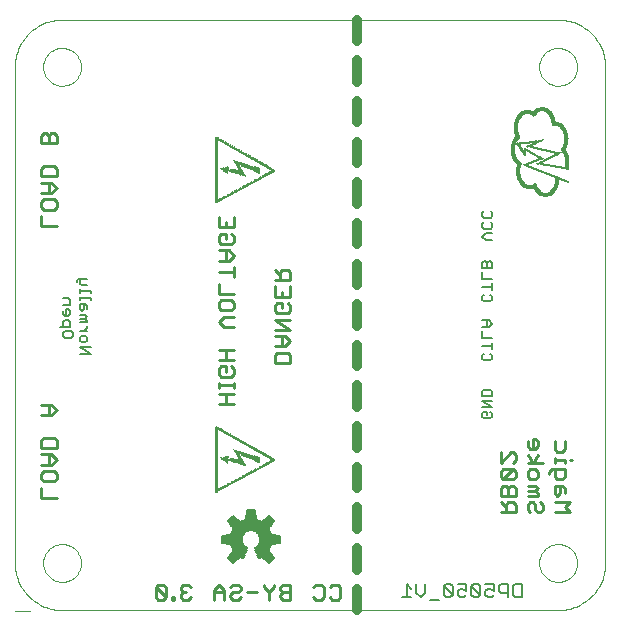
<source format=gbo>
G75*
G70*
%OFA0B0*%
%FSLAX24Y24*%
%IPPOS*%
%LPD*%
%AMOC8*
5,1,8,0,0,1.08239X$1,22.5*
%
%ADD10C,0.0090*%
%ADD11C,0.0060*%
%ADD12R,0.0010X0.2190*%
%ADD13R,0.0010X0.2210*%
%ADD14R,0.0010X0.2200*%
%ADD15R,0.0010X0.2170*%
%ADD16R,0.0010X0.0090*%
%ADD17R,0.0010X0.0100*%
%ADD18R,0.0010X0.0010*%
%ADD19R,0.0010X0.0020*%
%ADD20R,0.0010X0.0030*%
%ADD21R,0.0010X0.0040*%
%ADD22R,0.0010X0.0050*%
%ADD23R,0.0010X0.0060*%
%ADD24R,0.0010X0.0070*%
%ADD25R,0.0010X0.0110*%
%ADD26R,0.0010X0.0130*%
%ADD27R,0.0010X0.0140*%
%ADD28R,0.0010X0.0160*%
%ADD29R,0.0010X0.0170*%
%ADD30R,0.0010X0.0180*%
%ADD31R,0.0010X0.0200*%
%ADD32R,0.0010X0.0210*%
%ADD33R,0.0010X0.0220*%
%ADD34R,0.0010X0.0240*%
%ADD35R,0.0010X0.0080*%
%ADD36R,0.0010X0.0120*%
%ADD37R,0.0010X0.0150*%
%ADD38R,0.0010X0.0230*%
%ADD39R,0.0010X0.0310*%
%ADD40R,0.0010X0.0300*%
%ADD41R,0.0010X0.0290*%
%ADD42R,0.0010X0.0270*%
%ADD43R,0.0010X0.0260*%
%ADD44R,0.0010X0.0250*%
%ADD45R,0.0010X0.0190*%
%ADD46R,0.0005X0.0110*%
%ADD47R,0.0005X0.0210*%
%ADD48R,0.0005X0.0280*%
%ADD49R,0.0005X0.0325*%
%ADD50R,0.0005X0.0365*%
%ADD51R,0.0005X0.0410*%
%ADD52R,0.0005X0.0440*%
%ADD53R,0.0005X0.0470*%
%ADD54R,0.0005X0.0505*%
%ADD55R,0.0005X0.0530*%
%ADD56R,0.0005X0.0555*%
%ADD57R,0.0005X0.0580*%
%ADD58R,0.0005X0.0600*%
%ADD59R,0.0005X0.0625*%
%ADD60R,0.0005X0.0645*%
%ADD61R,0.0005X0.0665*%
%ADD62R,0.0005X0.0685*%
%ADD63R,0.0005X0.0705*%
%ADD64R,0.0005X0.0715*%
%ADD65R,0.0005X0.0735*%
%ADD66R,0.0005X0.0755*%
%ADD67R,0.0005X0.0090*%
%ADD68R,0.0005X0.0770*%
%ADD69R,0.0005X0.0190*%
%ADD70R,0.0005X0.0355*%
%ADD71R,0.0005X0.0360*%
%ADD72R,0.0005X0.0260*%
%ADD73R,0.0005X0.0315*%
%ADD74R,0.0005X0.0320*%
%ADD75R,0.0005X0.0295*%
%ADD76R,0.0005X0.0275*%
%ADD77R,0.0005X0.0400*%
%ADD78R,0.0005X0.0265*%
%ADD79R,0.0005X0.0435*%
%ADD80R,0.0005X0.0255*%
%ADD81R,0.0005X0.0465*%
%ADD82R,0.0005X0.0245*%
%ADD83R,0.0005X0.0495*%
%ADD84R,0.0005X0.0235*%
%ADD85R,0.0005X0.0525*%
%ADD86R,0.0005X0.0230*%
%ADD87R,0.0005X0.0240*%
%ADD88R,0.0005X0.0545*%
%ADD89R,0.0005X0.0820*%
%ADD90R,0.0005X0.0220*%
%ADD91R,0.0005X0.0025*%
%ADD92R,0.0005X0.0795*%
%ADD93R,0.0005X0.0215*%
%ADD94R,0.0005X0.0035*%
%ADD95R,0.0005X0.0040*%
%ADD96R,0.0005X0.0800*%
%ADD97R,0.0005X0.0205*%
%ADD98R,0.0005X0.0050*%
%ADD99R,0.0005X0.0805*%
%ADD100R,0.0005X0.0165*%
%ADD101R,0.0005X0.0055*%
%ADD102R,0.0005X0.0200*%
%ADD103R,0.0005X0.0060*%
%ADD104R,0.0005X0.0300*%
%ADD105R,0.0005X0.0195*%
%ADD106R,0.0005X0.0065*%
%ADD107R,0.0005X0.0345*%
%ADD108R,0.0005X0.0070*%
%ADD109R,0.0005X0.0385*%
%ADD110R,0.0005X0.0080*%
%ADD111R,0.0005X0.0425*%
%ADD112R,0.0005X0.0185*%
%ADD113R,0.0005X0.0085*%
%ADD114R,0.0005X0.0635*%
%ADD115R,0.0005X0.0810*%
%ADD116R,0.0005X0.0095*%
%ADD117R,0.0005X0.0335*%
%ADD118R,0.0005X0.0655*%
%ADD119R,0.0005X0.0105*%
%ADD120R,0.0005X0.0290*%
%ADD121R,0.0005X0.0660*%
%ADD122R,0.0005X0.0115*%
%ADD123R,0.0005X0.0285*%
%ADD124R,0.0005X0.0120*%
%ADD125R,0.0005X0.0270*%
%ADD126R,0.0005X0.0675*%
%ADD127R,0.0005X0.0130*%
%ADD128R,0.0005X0.0680*%
%ADD129R,0.0005X0.0135*%
%ADD130R,0.0005X0.0250*%
%ADD131R,0.0005X0.0140*%
%ADD132R,0.0005X0.0180*%
%ADD133R,0.0005X0.0695*%
%ADD134R,0.0005X0.0150*%
%ADD135R,0.0005X0.0160*%
%ADD136R,0.0005X0.0155*%
%ADD137R,0.0005X0.0145*%
%ADD138R,0.0005X0.0700*%
%ADD139R,0.0005X0.0225*%
%ADD140R,0.0005X0.0170*%
%ADD141R,0.0005X0.0100*%
%ADD142R,0.0005X0.0075*%
%ADD143R,0.0005X0.0720*%
%ADD144R,0.0005X0.0725*%
%ADD145R,0.0005X0.0340*%
%ADD146R,0.0005X0.0305*%
%ADD147R,0.0005X0.0175*%
%ADD148R,0.0005X0.0005*%
%ADD149R,0.0005X0.0010*%
%ADD150R,0.0005X0.0015*%
%ADD151R,0.0005X0.0020*%
%ADD152R,0.0005X0.0030*%
%ADD153R,0.0005X0.0125*%
%ADD154R,0.0005X0.0045*%
%ADD155R,0.0005X0.0370*%
%ADD156R,0.0005X0.0375*%
%ADD157R,0.0005X0.0350*%
%ADD158R,0.0005X0.0330*%
%ADD159R,0.0005X0.0485*%
%ADD160R,0.0005X0.0480*%
%ADD161R,0.0005X0.0460*%
%ADD162R,0.0005X0.0445*%
%ADD163R,0.0005X0.0310*%
%ADD164R,0.0005X0.0380*%
%ADD165R,0.0005X0.0415*%
%ADD166R,0.0005X0.0450*%
%ADD167R,0.0005X0.0490*%
%ADD168R,0.0005X0.0965*%
%ADD169R,0.0005X0.0975*%
%ADD170R,0.0005X0.0980*%
%ADD171R,0.0005X0.0990*%
%ADD172R,0.0005X0.1005*%
%ADD173R,0.0005X0.0615*%
%ADD174R,0.0005X0.0640*%
%ADD175R,0.0005X0.0605*%
%ADD176R,0.0005X0.0620*%
%ADD177R,0.0005X0.0590*%
%ADD178R,0.0005X0.0570*%
%ADD179R,0.0005X0.0540*%
%ADD180R,0.0005X0.0515*%
%ADD181R,0.0005X0.0565*%
%ADD182R,0.0005X0.0535*%
%ADD183R,0.0005X0.0395*%
%ADD184R,0.0005X0.0520*%
%ADD185R,0.0005X0.0500*%
%ADD186R,0.0005X0.0430*%
%ADD187C,0.0000*%
%ADD188C,0.0320*%
%ADD189C,0.0059*%
D10*
X006494Y007162D02*
X006494Y007502D01*
X006579Y007714D02*
X006494Y007799D01*
X006494Y007969D01*
X006579Y008054D01*
X006920Y008054D01*
X007005Y007969D01*
X007005Y007799D01*
X006920Y007714D01*
X006579Y007714D01*
X006494Y008266D02*
X006835Y008266D01*
X007005Y008437D01*
X006835Y008607D01*
X006494Y008607D01*
X006494Y008819D02*
X006494Y009074D01*
X006579Y009159D01*
X006920Y009159D01*
X007005Y009074D01*
X007005Y008819D01*
X006494Y008819D01*
X006749Y008607D02*
X006749Y008266D01*
X007005Y007162D02*
X006494Y007162D01*
X006494Y009924D02*
X006835Y009924D01*
X007005Y010094D01*
X006835Y010264D01*
X006494Y010264D01*
X006749Y010264D02*
X006749Y009924D01*
X012409Y010280D02*
X012920Y010280D01*
X012664Y010280D02*
X012664Y010620D01*
X012409Y010620D02*
X012920Y010620D01*
X012920Y010832D02*
X012920Y011002D01*
X012920Y010917D02*
X012409Y010917D01*
X012409Y010832D02*
X012409Y011002D01*
X012494Y011200D02*
X012409Y011285D01*
X012409Y011456D01*
X012494Y011541D01*
X012664Y011541D01*
X012664Y011370D01*
X012494Y011200D02*
X012835Y011200D01*
X012920Y011285D01*
X012920Y011456D01*
X012835Y011541D01*
X012920Y011753D02*
X012409Y011753D01*
X012664Y011753D02*
X012664Y012093D01*
X012409Y012093D02*
X012920Y012093D01*
X012920Y012858D02*
X012579Y012858D01*
X012409Y013028D01*
X012579Y013198D01*
X012920Y013198D01*
X012835Y013410D02*
X012494Y013410D01*
X012409Y013495D01*
X012409Y013665D01*
X012494Y013750D01*
X012835Y013750D01*
X012920Y013665D01*
X012920Y013495D01*
X012835Y013410D01*
X012920Y013963D02*
X012409Y013963D01*
X012409Y014303D01*
X012409Y014685D02*
X012920Y014685D01*
X012920Y014515D02*
X012920Y014855D01*
X012749Y015068D02*
X012920Y015238D01*
X012749Y015408D01*
X012409Y015408D01*
X012494Y015620D02*
X012409Y015705D01*
X012409Y015875D01*
X012494Y015960D01*
X012664Y015960D01*
X012664Y015790D01*
X012494Y015620D02*
X012835Y015620D01*
X012920Y015705D01*
X012920Y015875D01*
X012835Y015960D01*
X012920Y016173D02*
X012409Y016173D01*
X012409Y016513D01*
X012664Y016343D02*
X012664Y016173D01*
X012920Y016173D02*
X012920Y016513D01*
X012664Y015408D02*
X012664Y015068D01*
X012749Y015068D02*
X012409Y015068D01*
X014279Y014760D02*
X014449Y014590D01*
X014449Y014675D02*
X014449Y014420D01*
X014279Y014420D02*
X014790Y014420D01*
X014790Y014675D01*
X014705Y014760D01*
X014534Y014760D01*
X014449Y014675D01*
X014279Y014208D02*
X014279Y013867D01*
X014790Y013867D01*
X014790Y014208D01*
X014534Y014037D02*
X014534Y013867D01*
X014534Y013655D02*
X014534Y013485D01*
X014534Y013655D02*
X014364Y013655D01*
X014279Y013570D01*
X014279Y013400D01*
X014364Y013315D01*
X014705Y013315D01*
X014790Y013400D01*
X014790Y013570D01*
X014705Y013655D01*
X014790Y013103D02*
X014279Y013103D01*
X014790Y012762D01*
X014279Y012762D01*
X014279Y012550D02*
X014620Y012550D01*
X014790Y012380D01*
X014620Y012210D01*
X014279Y012210D01*
X014364Y011998D02*
X014279Y011913D01*
X014279Y011657D01*
X014790Y011657D01*
X014790Y011913D01*
X014705Y011998D01*
X014364Y011998D01*
X014534Y012210D02*
X014534Y012550D01*
X021806Y008674D02*
X021806Y008334D01*
X022146Y008674D01*
X022231Y008674D01*
X022316Y008589D01*
X022316Y008419D01*
X022231Y008334D01*
X022231Y008122D02*
X021891Y008122D01*
X021806Y008037D01*
X021806Y007866D01*
X021891Y007781D01*
X022231Y008122D01*
X022316Y008037D01*
X022316Y007866D01*
X022231Y007781D01*
X021891Y007781D01*
X021891Y007569D02*
X021806Y007484D01*
X021806Y007229D01*
X022316Y007229D01*
X022316Y007484D01*
X022231Y007569D01*
X022146Y007569D01*
X022061Y007484D01*
X022061Y007229D01*
X022061Y007017D02*
X021976Y006932D01*
X021976Y006676D01*
X021806Y006676D02*
X022316Y006676D01*
X022316Y006932D01*
X022231Y007017D01*
X022061Y007017D01*
X021976Y006847D02*
X021806Y007017D01*
X022061Y007484D02*
X021976Y007569D01*
X021891Y007569D01*
X022706Y007569D02*
X022961Y007569D01*
X023046Y007484D01*
X022961Y007399D01*
X022706Y007399D01*
X022706Y007229D02*
X023046Y007229D01*
X023046Y007314D01*
X022961Y007399D01*
X022876Y007017D02*
X022791Y007017D01*
X022706Y006932D01*
X022706Y006761D01*
X022791Y006676D01*
X022961Y006761D02*
X022961Y006932D01*
X022876Y007017D01*
X023131Y007017D02*
X023216Y006932D01*
X023216Y006761D01*
X023131Y006676D01*
X023046Y006676D01*
X022961Y006761D01*
X023606Y006676D02*
X024116Y006676D01*
X023946Y006847D01*
X024116Y007017D01*
X023606Y007017D01*
X023691Y007229D02*
X023776Y007314D01*
X023776Y007569D01*
X023861Y007569D02*
X023606Y007569D01*
X023606Y007314D01*
X023691Y007229D01*
X023946Y007314D02*
X023946Y007484D01*
X023861Y007569D01*
X023861Y007781D02*
X023691Y007781D01*
X023606Y007866D01*
X023606Y008122D01*
X023521Y008122D02*
X023946Y008122D01*
X023946Y007866D01*
X023861Y007781D01*
X023436Y007951D02*
X023436Y008037D01*
X023521Y008122D01*
X023606Y008334D02*
X023606Y008504D01*
X023606Y008419D02*
X023946Y008419D01*
X023946Y008334D01*
X024116Y008419D02*
X024202Y008419D01*
X023861Y008702D02*
X023691Y008702D01*
X023606Y008787D01*
X023606Y009042D01*
X023946Y009042D02*
X023946Y008787D01*
X023861Y008702D01*
X023216Y008334D02*
X022706Y008334D01*
X022876Y008334D02*
X022706Y008589D01*
X022791Y008794D02*
X022961Y008794D01*
X023046Y008879D01*
X023046Y009049D01*
X022961Y009134D01*
X022876Y009134D01*
X022876Y008794D01*
X022791Y008794D02*
X022706Y008879D01*
X022706Y009049D01*
X023046Y008589D02*
X022876Y008334D01*
X022791Y008122D02*
X022961Y008122D01*
X023046Y008037D01*
X023046Y007866D01*
X022961Y007781D01*
X022791Y007781D01*
X022706Y007866D01*
X022706Y008037D01*
X022791Y008122D01*
X016455Y004183D02*
X016455Y003843D01*
X016370Y003757D01*
X016200Y003757D01*
X016115Y003843D01*
X015903Y003843D02*
X015818Y003757D01*
X015648Y003757D01*
X015563Y003843D01*
X015903Y003843D02*
X015903Y004183D01*
X015818Y004268D01*
X015648Y004268D01*
X015563Y004183D01*
X016115Y004183D02*
X016200Y004268D01*
X016370Y004268D01*
X016455Y004183D01*
X014798Y004268D02*
X014798Y003757D01*
X014543Y003757D01*
X014458Y003843D01*
X014458Y003928D01*
X014543Y004013D01*
X014798Y004013D01*
X014798Y004268D02*
X014543Y004268D01*
X014458Y004183D01*
X014458Y004098D01*
X014543Y004013D01*
X014245Y004183D02*
X014075Y004013D01*
X014075Y003757D01*
X014075Y004013D02*
X013905Y004183D01*
X013905Y004268D01*
X013693Y004013D02*
X013353Y004013D01*
X013140Y004098D02*
X013140Y004183D01*
X013055Y004268D01*
X012885Y004268D01*
X012800Y004183D01*
X012885Y004013D02*
X012800Y003928D01*
X012800Y003843D01*
X012885Y003757D01*
X013055Y003757D01*
X013140Y003843D01*
X013055Y004013D02*
X012885Y004013D01*
X013055Y004013D02*
X013140Y004098D01*
X012588Y004098D02*
X012588Y003757D01*
X012588Y004013D02*
X012248Y004013D01*
X012248Y004098D02*
X012248Y003757D01*
X012248Y004098D02*
X012418Y004268D01*
X012588Y004098D01*
X011483Y004183D02*
X011398Y004268D01*
X011228Y004268D01*
X011143Y004183D01*
X011143Y004098D01*
X011228Y004013D01*
X011143Y003928D01*
X011143Y003843D01*
X011228Y003757D01*
X011398Y003757D01*
X011483Y003843D01*
X011313Y004013D02*
X011228Y004013D01*
X010931Y003843D02*
X010845Y003843D01*
X010845Y003757D01*
X010931Y003757D01*
X010931Y003843D01*
X010654Y003843D02*
X010314Y004183D01*
X010314Y003843D01*
X010399Y003757D01*
X010569Y003757D01*
X010654Y003843D01*
X010654Y004183D01*
X010569Y004268D01*
X010399Y004268D01*
X010314Y004183D01*
X014245Y004268D02*
X014245Y004183D01*
X007005Y016217D02*
X006494Y016217D01*
X006494Y016557D01*
X006579Y016769D02*
X006494Y016854D01*
X006494Y017024D01*
X006579Y017109D01*
X006920Y017109D01*
X007005Y017024D01*
X007005Y016854D01*
X006920Y016769D01*
X006579Y016769D01*
X006494Y017322D02*
X006835Y017322D01*
X007005Y017492D01*
X006835Y017662D01*
X006494Y017662D01*
X006494Y017874D02*
X006494Y018129D01*
X006579Y018214D01*
X006920Y018214D01*
X007005Y018129D01*
X007005Y017874D01*
X006494Y017874D01*
X006749Y017662D02*
X006749Y017322D01*
X006749Y018979D02*
X006749Y019234D01*
X006664Y019319D01*
X006579Y019319D01*
X006494Y019234D01*
X006494Y018979D01*
X007005Y018979D01*
X007005Y019234D01*
X006920Y019319D01*
X006835Y019319D01*
X006749Y019234D01*
D11*
X007741Y014469D02*
X007685Y014412D01*
X007685Y014355D01*
X007798Y014299D02*
X007798Y014469D01*
X007741Y014469D02*
X008025Y014469D01*
X008025Y014242D02*
X007855Y014242D01*
X007798Y014299D01*
X007798Y014110D02*
X007798Y013996D01*
X007798Y014053D02*
X008138Y014053D01*
X008138Y013996D01*
X008138Y013807D02*
X007798Y013807D01*
X007798Y013751D02*
X007798Y013864D01*
X007798Y013609D02*
X007798Y013439D01*
X007855Y013382D01*
X007912Y013439D01*
X007912Y013609D01*
X007968Y013609D02*
X007798Y013609D01*
X007968Y013609D02*
X008025Y013553D01*
X008025Y013439D01*
X007968Y013241D02*
X007798Y013241D01*
X007798Y013128D02*
X007968Y013128D01*
X008025Y013184D01*
X007968Y013241D01*
X007968Y013128D02*
X008025Y013071D01*
X008025Y013014D01*
X007798Y013014D01*
X008025Y012877D02*
X008025Y012821D01*
X007912Y012707D01*
X008025Y012707D02*
X007798Y012707D01*
X007855Y012566D02*
X007968Y012566D01*
X008025Y012509D01*
X008025Y012396D01*
X007968Y012339D01*
X007855Y012339D01*
X007798Y012396D01*
X007798Y012509D01*
X007855Y012566D01*
X007557Y012547D02*
X007557Y012660D01*
X007501Y012717D01*
X007274Y012717D01*
X007217Y012660D01*
X007217Y012547D01*
X007274Y012490D01*
X007501Y012490D01*
X007557Y012547D01*
X007798Y012197D02*
X008138Y012197D01*
X008138Y011971D02*
X007798Y011971D01*
X007798Y012197D02*
X008138Y011971D01*
X007444Y012858D02*
X007104Y012858D01*
X007217Y012858D02*
X007217Y013029D01*
X007274Y013085D01*
X007387Y013085D01*
X007444Y013029D01*
X007444Y012858D01*
X007387Y013227D02*
X007274Y013227D01*
X007217Y013283D01*
X007217Y013397D01*
X007330Y013454D02*
X007330Y013227D01*
X007387Y013227D02*
X007444Y013283D01*
X007444Y013397D01*
X007387Y013454D01*
X007330Y013454D01*
X007217Y013595D02*
X007444Y013595D01*
X007444Y013765D01*
X007387Y013822D01*
X007217Y013822D01*
X008138Y013807D02*
X008138Y013751D01*
X018681Y004280D02*
X018681Y003839D01*
X018828Y003839D02*
X018534Y003839D01*
X018995Y003986D02*
X018995Y004280D01*
X018828Y004133D02*
X018681Y004280D01*
X018995Y003986D02*
X019141Y003839D01*
X019288Y003986D01*
X019288Y004280D01*
X019455Y003766D02*
X019749Y003766D01*
X019915Y003913D02*
X019989Y003839D01*
X020136Y003839D01*
X020209Y003913D01*
X019915Y004206D01*
X019915Y003913D01*
X019915Y004206D02*
X019989Y004280D01*
X020136Y004280D01*
X020209Y004206D01*
X020209Y003913D01*
X020376Y003913D02*
X020449Y003839D01*
X020596Y003839D01*
X020669Y003913D01*
X020669Y004060D02*
X020523Y004133D01*
X020449Y004133D01*
X020376Y004060D01*
X020376Y003913D01*
X020669Y004060D02*
X020669Y004280D01*
X020376Y004280D01*
X020836Y004206D02*
X020836Y003913D01*
X020910Y003839D01*
X021056Y003839D01*
X021130Y003913D01*
X020836Y004206D01*
X020910Y004280D01*
X021056Y004280D01*
X021130Y004206D01*
X021130Y003913D01*
X021297Y003913D02*
X021370Y003839D01*
X021517Y003839D01*
X021590Y003913D01*
X021590Y004060D02*
X021443Y004133D01*
X021370Y004133D01*
X021297Y004060D01*
X021297Y003913D01*
X021590Y004060D02*
X021590Y004280D01*
X021297Y004280D01*
X021757Y004206D02*
X021757Y004060D01*
X021830Y003986D01*
X022051Y003986D01*
X022051Y003839D02*
X022051Y004280D01*
X021830Y004280D01*
X021757Y004206D01*
X022217Y004206D02*
X022217Y003913D01*
X022291Y003839D01*
X022511Y003839D01*
X022511Y004280D01*
X022291Y004280D01*
X022217Y004206D01*
X021464Y009808D02*
X021237Y009808D01*
X021180Y009865D01*
X021180Y009978D01*
X021237Y010035D01*
X021350Y010035D01*
X021350Y009922D01*
X021464Y010035D02*
X021520Y009978D01*
X021520Y009865D01*
X021464Y009808D01*
X021520Y010177D02*
X021180Y010177D01*
X021180Y010403D02*
X021520Y010403D01*
X021520Y010545D02*
X021180Y010545D01*
X021180Y010715D01*
X021237Y010772D01*
X021464Y010772D01*
X021520Y010715D01*
X021520Y010545D01*
X021520Y010177D02*
X021180Y010403D01*
X021237Y011742D02*
X021180Y011799D01*
X021180Y011912D01*
X021237Y011969D01*
X021464Y011969D02*
X021520Y011912D01*
X021520Y011799D01*
X021464Y011742D01*
X021237Y011742D01*
X021520Y012110D02*
X021520Y012337D01*
X021520Y012224D02*
X021180Y012224D01*
X021180Y012479D02*
X021180Y012706D01*
X021180Y012847D02*
X021407Y012847D01*
X021520Y012960D01*
X021407Y013074D01*
X021180Y013074D01*
X021350Y013074D02*
X021350Y012847D01*
X021520Y012479D02*
X021180Y012479D01*
X021237Y013711D02*
X021180Y013767D01*
X021180Y013881D01*
X021237Y013937D01*
X021237Y013711D02*
X021464Y013711D01*
X021520Y013767D01*
X021520Y013881D01*
X021464Y013937D01*
X021520Y014079D02*
X021520Y014306D01*
X021520Y014192D02*
X021180Y014192D01*
X021180Y014447D02*
X021180Y014674D01*
X021180Y014816D02*
X021180Y014986D01*
X021237Y015042D01*
X021293Y015042D01*
X021350Y014986D01*
X021350Y014816D01*
X021350Y014986D02*
X021407Y015042D01*
X021464Y015042D01*
X021520Y014986D01*
X021520Y014816D01*
X021180Y014816D01*
X021180Y014447D02*
X021520Y014447D01*
X021532Y015757D02*
X021305Y015757D01*
X021192Y015870D01*
X021305Y015984D01*
X021532Y015984D01*
X021475Y016125D02*
X021249Y016125D01*
X021192Y016182D01*
X021192Y016295D01*
X021249Y016352D01*
X021249Y016494D02*
X021192Y016550D01*
X021192Y016664D01*
X021249Y016721D01*
X021475Y016721D02*
X021532Y016664D01*
X021532Y016550D01*
X021475Y016494D01*
X021249Y016494D01*
X021475Y016352D02*
X021532Y016295D01*
X021532Y016182D01*
X021475Y016125D01*
D12*
X012373Y018081D03*
X012323Y018081D03*
X012323Y008436D03*
X012373Y008436D03*
D13*
X012353Y008436D03*
X012343Y008436D03*
X012333Y008436D03*
X012333Y018081D03*
X012343Y018081D03*
X012353Y018081D03*
D14*
X012363Y018086D03*
X012363Y008441D03*
D15*
X012383Y008436D03*
X012383Y018081D03*
D16*
X012563Y018111D03*
X012773Y018071D03*
X012783Y018071D03*
X012793Y018071D03*
X012983Y018341D03*
X013103Y018301D03*
X013113Y018301D03*
X013283Y018611D03*
X013293Y018611D03*
X013303Y018601D03*
X013313Y018601D03*
X013323Y018591D03*
X013343Y018581D03*
X013363Y018571D03*
X013373Y018561D03*
X013383Y018561D03*
X013393Y018551D03*
X013413Y018541D03*
X013433Y018531D03*
X013443Y018521D03*
X013463Y018511D03*
X013483Y018501D03*
X013503Y018491D03*
X013513Y018481D03*
X013523Y018481D03*
X013533Y018471D03*
X013553Y018461D03*
X013573Y018451D03*
X013593Y018441D03*
X013603Y018431D03*
X013623Y018421D03*
X013643Y018411D03*
X013663Y018401D03*
X013673Y018391D03*
X013693Y018381D03*
X013713Y018371D03*
X013733Y018361D03*
X013743Y018351D03*
X013753Y018351D03*
X013763Y018341D03*
X013783Y018331D03*
X013803Y018321D03*
X013823Y018311D03*
X013833Y018301D03*
X013853Y018291D03*
X013873Y018281D03*
X013893Y018271D03*
X013903Y018261D03*
X013923Y018251D03*
X013943Y018241D03*
X013963Y018231D03*
X013993Y018211D03*
X014013Y018201D03*
X014033Y018191D03*
X014043Y018181D03*
X014063Y018171D03*
X014083Y018161D03*
X014103Y018151D03*
X014113Y018141D03*
X014123Y018141D03*
X014133Y018131D03*
X014153Y018121D03*
X014173Y018111D03*
X014173Y018001D03*
X014153Y017991D03*
X014133Y017981D03*
X014113Y017971D03*
X014103Y017961D03*
X014093Y017961D03*
X014083Y017951D03*
X014063Y017941D03*
X014043Y017931D03*
X014023Y017921D03*
X014003Y017911D03*
X013983Y017901D03*
X013973Y017891D03*
X013963Y017891D03*
X013953Y017881D03*
X013933Y017871D03*
X013913Y017861D03*
X013893Y017851D03*
X013873Y017841D03*
X013863Y017831D03*
X013853Y017831D03*
X013843Y017821D03*
X013833Y017821D03*
X013823Y017811D03*
X013803Y017801D03*
X013783Y017791D03*
X013763Y017781D03*
X013753Y017771D03*
X013743Y017771D03*
X013733Y017761D03*
X013723Y017761D03*
X013713Y017751D03*
X013703Y017751D03*
X013693Y017741D03*
X013683Y017741D03*
X013673Y017731D03*
X013653Y017721D03*
X013633Y017711D03*
X013613Y017701D03*
X013603Y017691D03*
X013593Y017691D03*
X013583Y017681D03*
X013573Y017681D03*
X013563Y017671D03*
X013553Y017671D03*
X013543Y017661D03*
X013523Y017651D03*
X013503Y017641D03*
X013493Y017631D03*
X013483Y017631D03*
X013463Y017621D03*
X013453Y017611D03*
X013443Y017611D03*
X013433Y017601D03*
X013423Y017601D03*
X013413Y017591D03*
X013393Y017581D03*
X013373Y017571D03*
X013353Y017561D03*
X013333Y017551D03*
X013323Y017541D03*
X013313Y017541D03*
X013303Y017531D03*
X013293Y017531D03*
X013283Y017521D03*
X013263Y017511D03*
X013243Y017501D03*
X013223Y017491D03*
X013203Y017481D03*
X013193Y017471D03*
X013183Y017471D03*
X013173Y017461D03*
X013163Y017461D03*
X013153Y017451D03*
X013133Y017441D03*
X013113Y017431D03*
X013103Y017421D03*
X013093Y017421D03*
X013083Y017411D03*
X013073Y017411D03*
X013063Y017401D03*
X013053Y017401D03*
X013043Y017391D03*
X013033Y017391D03*
X013023Y017381D03*
X013003Y017371D03*
X012983Y017361D03*
X012963Y017351D03*
X012943Y017341D03*
X012933Y017331D03*
X012923Y017331D03*
X012913Y017321D03*
X012903Y017321D03*
X012893Y017311D03*
X012873Y017301D03*
X012853Y017291D03*
X012833Y017281D03*
X012823Y017271D03*
X012813Y017271D03*
X012803Y017261D03*
X012793Y017261D03*
X012783Y017251D03*
X012773Y017251D03*
X012763Y017241D03*
X012743Y017231D03*
X012723Y017221D03*
X012703Y017211D03*
X012693Y017201D03*
X012683Y017201D03*
X012673Y017191D03*
X012663Y017191D03*
X012653Y017181D03*
X012643Y017181D03*
X012633Y017171D03*
X012613Y017161D03*
X012593Y017151D03*
X012573Y017141D03*
X012553Y017131D03*
X012543Y017121D03*
X012533Y017121D03*
X012523Y017111D03*
X012513Y017111D03*
X012503Y017101D03*
X012483Y017091D03*
X012463Y017081D03*
X012443Y017071D03*
X012423Y017061D03*
X012413Y017051D03*
X012403Y017051D03*
X012393Y017041D03*
X013213Y018651D03*
X013223Y018651D03*
X013233Y018641D03*
X013253Y018631D03*
X013273Y018621D03*
X013203Y018661D03*
X013183Y018671D03*
X013163Y018681D03*
X013153Y018691D03*
X013143Y018691D03*
X013133Y018701D03*
X013113Y018711D03*
X013093Y018721D03*
X013073Y018731D03*
X013063Y018741D03*
X013053Y018741D03*
X013043Y018751D03*
X013023Y018761D03*
X013003Y018771D03*
X012993Y018781D03*
X012983Y018781D03*
X012973Y018791D03*
X012953Y018801D03*
X012933Y018811D03*
X012923Y018821D03*
X012913Y018821D03*
X012903Y018831D03*
X012883Y018841D03*
X012863Y018851D03*
X012853Y018861D03*
X012843Y018861D03*
X012833Y018871D03*
X012813Y018881D03*
X012793Y018891D03*
X012783Y018901D03*
X012773Y018901D03*
X012743Y018921D03*
X012723Y018931D03*
X012703Y018941D03*
X012683Y018951D03*
X012673Y018961D03*
X012653Y018971D03*
X012633Y018981D03*
X012623Y018991D03*
X012613Y018991D03*
X012603Y019001D03*
X012583Y019011D03*
X012563Y019021D03*
X012543Y019031D03*
X012533Y019041D03*
X012513Y019051D03*
X012493Y019061D03*
X012473Y019071D03*
X012463Y019081D03*
X012453Y019081D03*
X012443Y019091D03*
X012423Y019101D03*
X012403Y019111D03*
X012393Y019121D03*
X014273Y018051D03*
X012393Y009476D03*
X012403Y009466D03*
X012423Y009456D03*
X012443Y009446D03*
X012453Y009436D03*
X012463Y009436D03*
X012473Y009426D03*
X012493Y009416D03*
X012513Y009406D03*
X012533Y009396D03*
X012543Y009386D03*
X012563Y009376D03*
X012583Y009366D03*
X012603Y009356D03*
X012613Y009346D03*
X012623Y009346D03*
X012633Y009336D03*
X012653Y009326D03*
X012673Y009316D03*
X012683Y009306D03*
X012703Y009296D03*
X012723Y009286D03*
X012743Y009276D03*
X012773Y009256D03*
X012783Y009256D03*
X012793Y009246D03*
X012813Y009236D03*
X012833Y009226D03*
X012843Y009216D03*
X012853Y009216D03*
X012863Y009206D03*
X012883Y009196D03*
X012903Y009186D03*
X012913Y009176D03*
X012923Y009176D03*
X012933Y009166D03*
X012953Y009156D03*
X012973Y009146D03*
X012983Y009136D03*
X012993Y009136D03*
X013003Y009126D03*
X013023Y009116D03*
X013043Y009106D03*
X013053Y009096D03*
X013063Y009096D03*
X013073Y009086D03*
X013093Y009076D03*
X013113Y009066D03*
X013133Y009056D03*
X013143Y009046D03*
X013153Y009046D03*
X013163Y009036D03*
X013183Y009026D03*
X013203Y009016D03*
X013213Y009006D03*
X013223Y009006D03*
X013233Y008996D03*
X013253Y008986D03*
X013273Y008976D03*
X013283Y008966D03*
X013293Y008966D03*
X013303Y008956D03*
X013313Y008956D03*
X013323Y008946D03*
X013343Y008936D03*
X013363Y008926D03*
X013373Y008916D03*
X013383Y008916D03*
X013393Y008906D03*
X013413Y008896D03*
X013433Y008886D03*
X013443Y008876D03*
X013463Y008866D03*
X013483Y008856D03*
X013503Y008846D03*
X013513Y008836D03*
X013523Y008836D03*
X013533Y008826D03*
X013553Y008816D03*
X013573Y008806D03*
X013593Y008796D03*
X013603Y008786D03*
X013623Y008776D03*
X013643Y008766D03*
X013663Y008756D03*
X013673Y008746D03*
X013693Y008736D03*
X013713Y008726D03*
X013733Y008716D03*
X013743Y008706D03*
X013753Y008706D03*
X013763Y008696D03*
X013783Y008686D03*
X013803Y008676D03*
X013823Y008666D03*
X013833Y008656D03*
X013853Y008646D03*
X013873Y008636D03*
X013893Y008626D03*
X013903Y008616D03*
X013923Y008606D03*
X013943Y008596D03*
X013963Y008586D03*
X013993Y008566D03*
X014013Y008556D03*
X014033Y008546D03*
X014043Y008536D03*
X014063Y008526D03*
X014083Y008516D03*
X014103Y008506D03*
X014113Y008496D03*
X014123Y008496D03*
X014133Y008486D03*
X014153Y008476D03*
X014173Y008466D03*
X014173Y008356D03*
X014153Y008346D03*
X014133Y008336D03*
X014113Y008326D03*
X014103Y008316D03*
X014093Y008316D03*
X014083Y008306D03*
X014063Y008296D03*
X014043Y008286D03*
X014023Y008276D03*
X014003Y008266D03*
X013983Y008256D03*
X013973Y008246D03*
X013963Y008246D03*
X013953Y008236D03*
X013933Y008226D03*
X013913Y008216D03*
X013893Y008206D03*
X013873Y008196D03*
X013863Y008186D03*
X013853Y008186D03*
X013843Y008176D03*
X013833Y008176D03*
X013823Y008166D03*
X013803Y008156D03*
X013783Y008146D03*
X013763Y008136D03*
X013753Y008126D03*
X013743Y008126D03*
X013733Y008116D03*
X013723Y008116D03*
X013713Y008106D03*
X013703Y008106D03*
X013693Y008096D03*
X013683Y008096D03*
X013673Y008086D03*
X013653Y008076D03*
X013633Y008066D03*
X013613Y008056D03*
X013603Y008046D03*
X013593Y008046D03*
X013583Y008036D03*
X013573Y008036D03*
X013563Y008026D03*
X013553Y008026D03*
X013543Y008016D03*
X013523Y008006D03*
X013503Y007996D03*
X013493Y007986D03*
X013483Y007986D03*
X013463Y007976D03*
X013453Y007966D03*
X013443Y007966D03*
X013433Y007956D03*
X013423Y007956D03*
X013413Y007946D03*
X013393Y007936D03*
X013373Y007926D03*
X013353Y007916D03*
X013333Y007906D03*
X013323Y007896D03*
X013313Y007896D03*
X013303Y007886D03*
X013293Y007886D03*
X013283Y007876D03*
X013263Y007866D03*
X013243Y007856D03*
X013223Y007846D03*
X013203Y007836D03*
X013193Y007826D03*
X013183Y007826D03*
X013173Y007816D03*
X013163Y007816D03*
X013153Y007806D03*
X013133Y007796D03*
X013113Y007786D03*
X013103Y007776D03*
X013093Y007776D03*
X013083Y007766D03*
X013073Y007766D03*
X013063Y007756D03*
X013053Y007756D03*
X013043Y007746D03*
X013033Y007746D03*
X013023Y007736D03*
X013003Y007726D03*
X012983Y007716D03*
X012963Y007706D03*
X012943Y007696D03*
X012933Y007686D03*
X012923Y007686D03*
X012913Y007676D03*
X012903Y007676D03*
X012893Y007666D03*
X012873Y007656D03*
X012853Y007646D03*
X012833Y007636D03*
X012823Y007626D03*
X012813Y007626D03*
X012803Y007616D03*
X012793Y007616D03*
X012783Y007606D03*
X012773Y007606D03*
X012763Y007596D03*
X012743Y007586D03*
X012723Y007576D03*
X012703Y007566D03*
X012693Y007556D03*
X012683Y007556D03*
X012673Y007546D03*
X012663Y007546D03*
X012653Y007536D03*
X012643Y007536D03*
X012633Y007526D03*
X012613Y007516D03*
X012593Y007506D03*
X012573Y007496D03*
X012553Y007486D03*
X012543Y007476D03*
X012533Y007476D03*
X012523Y007466D03*
X012513Y007466D03*
X012503Y007456D03*
X012483Y007446D03*
X012463Y007436D03*
X012443Y007426D03*
X012423Y007416D03*
X012413Y007406D03*
X012403Y007406D03*
X012393Y007396D03*
X012563Y008466D03*
X012773Y008426D03*
X012783Y008426D03*
X012793Y008426D03*
X012983Y008696D03*
X013103Y008656D03*
X013113Y008656D03*
X014273Y008406D03*
D17*
X014263Y008411D03*
X014163Y008471D03*
X014143Y008481D03*
X014093Y008511D03*
X014073Y008521D03*
X014053Y008531D03*
X014023Y008551D03*
X014003Y008561D03*
X013983Y008571D03*
X013973Y008581D03*
X013953Y008591D03*
X013933Y008601D03*
X013913Y008611D03*
X013883Y008631D03*
X013863Y008641D03*
X013843Y008651D03*
X013813Y008671D03*
X013793Y008681D03*
X013773Y008691D03*
X013723Y008721D03*
X013703Y008731D03*
X013683Y008741D03*
X013653Y008761D03*
X013633Y008771D03*
X013613Y008781D03*
X013583Y008801D03*
X013563Y008811D03*
X013543Y008821D03*
X013493Y008851D03*
X013473Y008861D03*
X013453Y008871D03*
X013423Y008891D03*
X013403Y008901D03*
X013353Y008931D03*
X013333Y008941D03*
X013263Y008981D03*
X013243Y008991D03*
X013193Y009021D03*
X013173Y009031D03*
X013123Y009061D03*
X013103Y009071D03*
X013083Y009081D03*
X013033Y009111D03*
X013013Y009121D03*
X012963Y009151D03*
X012943Y009161D03*
X012893Y009191D03*
X012873Y009201D03*
X012823Y009231D03*
X012803Y009241D03*
X012763Y009261D03*
X012753Y009271D03*
X012733Y009281D03*
X012713Y009291D03*
X012693Y009301D03*
X012663Y009321D03*
X012643Y009331D03*
X012593Y009361D03*
X012573Y009371D03*
X012553Y009381D03*
X012523Y009401D03*
X012503Y009411D03*
X012483Y009421D03*
X012433Y009451D03*
X012413Y009461D03*
X012993Y008691D03*
X013123Y008651D03*
X013133Y008651D03*
X013143Y008641D03*
X013153Y008641D03*
X013163Y008641D03*
X013203Y008621D03*
X013263Y008291D03*
X013473Y007981D03*
X013513Y008001D03*
X013533Y008011D03*
X013623Y008061D03*
X013643Y008071D03*
X013663Y008081D03*
X013773Y008141D03*
X013793Y008151D03*
X013813Y008161D03*
X013883Y008201D03*
X013903Y008211D03*
X013923Y008221D03*
X013943Y008231D03*
X013993Y008261D03*
X014013Y008271D03*
X014033Y008281D03*
X014053Y008291D03*
X014073Y008301D03*
X014123Y008331D03*
X014143Y008341D03*
X014163Y008351D03*
X013403Y007941D03*
X013383Y007931D03*
X013363Y007921D03*
X013343Y007911D03*
X013273Y007871D03*
X013253Y007861D03*
X013233Y007851D03*
X013213Y007841D03*
X013143Y007801D03*
X013123Y007791D03*
X013013Y007731D03*
X012993Y007721D03*
X012973Y007711D03*
X012953Y007701D03*
X012883Y007661D03*
X012863Y007651D03*
X012843Y007641D03*
X012753Y007591D03*
X012733Y007581D03*
X012713Y007571D03*
X012623Y007521D03*
X012603Y007511D03*
X012583Y007501D03*
X012563Y007491D03*
X012493Y007451D03*
X012473Y007441D03*
X012453Y007431D03*
X012433Y007421D03*
X012573Y008461D03*
X012583Y008461D03*
X012803Y008421D03*
X012813Y008421D03*
X012823Y008421D03*
X012833Y008421D03*
X012863Y008411D03*
X012433Y017066D03*
X012453Y017076D03*
X012473Y017086D03*
X012493Y017096D03*
X012563Y017136D03*
X012583Y017146D03*
X012603Y017156D03*
X012623Y017166D03*
X012713Y017216D03*
X012733Y017226D03*
X012753Y017236D03*
X012843Y017286D03*
X012863Y017296D03*
X012883Y017306D03*
X012953Y017346D03*
X012973Y017356D03*
X012993Y017366D03*
X013013Y017376D03*
X013123Y017436D03*
X013143Y017446D03*
X013213Y017486D03*
X013233Y017496D03*
X013253Y017506D03*
X013273Y017516D03*
X013343Y017556D03*
X013363Y017566D03*
X013383Y017576D03*
X013403Y017586D03*
X013473Y017626D03*
X013513Y017646D03*
X013533Y017656D03*
X013623Y017706D03*
X013643Y017716D03*
X013663Y017726D03*
X013773Y017786D03*
X013793Y017796D03*
X013813Y017806D03*
X013883Y017846D03*
X013903Y017856D03*
X013923Y017866D03*
X013943Y017876D03*
X013993Y017906D03*
X014013Y017916D03*
X014033Y017926D03*
X014053Y017936D03*
X014073Y017946D03*
X014123Y017976D03*
X014143Y017986D03*
X014163Y017996D03*
X014263Y018056D03*
X014163Y018116D03*
X014143Y018126D03*
X014093Y018156D03*
X014073Y018166D03*
X014053Y018176D03*
X014023Y018196D03*
X014003Y018206D03*
X013983Y018216D03*
X013973Y018226D03*
X013953Y018236D03*
X013933Y018246D03*
X013913Y018256D03*
X013883Y018276D03*
X013863Y018286D03*
X013843Y018296D03*
X013813Y018316D03*
X013793Y018326D03*
X013773Y018336D03*
X013723Y018366D03*
X013703Y018376D03*
X013683Y018386D03*
X013653Y018406D03*
X013633Y018416D03*
X013613Y018426D03*
X013583Y018446D03*
X013563Y018456D03*
X013543Y018466D03*
X013493Y018496D03*
X013473Y018506D03*
X013453Y018516D03*
X013423Y018536D03*
X013403Y018546D03*
X013353Y018576D03*
X013333Y018586D03*
X013263Y018626D03*
X013243Y018636D03*
X013193Y018666D03*
X013173Y018676D03*
X013123Y018706D03*
X013103Y018716D03*
X013083Y018726D03*
X013033Y018756D03*
X013013Y018766D03*
X012963Y018796D03*
X012943Y018806D03*
X012893Y018836D03*
X012873Y018846D03*
X012823Y018876D03*
X012803Y018886D03*
X012763Y018906D03*
X012753Y018916D03*
X012733Y018926D03*
X012713Y018936D03*
X012693Y018946D03*
X012663Y018966D03*
X012643Y018976D03*
X012593Y019006D03*
X012573Y019016D03*
X012553Y019026D03*
X012523Y019046D03*
X012503Y019056D03*
X012483Y019066D03*
X012433Y019096D03*
X012413Y019106D03*
X012993Y018336D03*
X013123Y018296D03*
X013133Y018296D03*
X013143Y018286D03*
X013153Y018286D03*
X013163Y018286D03*
X013203Y018266D03*
X013263Y017936D03*
X012863Y018056D03*
X012833Y018066D03*
X012823Y018066D03*
X012813Y018066D03*
X012803Y018066D03*
X012583Y018106D03*
X012573Y018106D03*
D18*
X012483Y018121D03*
X012933Y018391D03*
X012933Y008746D03*
X012483Y008476D03*
D19*
X012493Y008481D03*
X013323Y008231D03*
X013323Y017876D03*
X012493Y018126D03*
D20*
X012503Y018121D03*
X012943Y018381D03*
X013313Y017891D03*
X012943Y008736D03*
X012503Y008476D03*
X013313Y008246D03*
D21*
X013303Y008251D03*
X012513Y008471D03*
X013303Y017896D03*
X012513Y018116D03*
D22*
X012523Y018121D03*
X012953Y018371D03*
X012963Y018361D03*
X012953Y008726D03*
X012963Y008716D03*
X012523Y008476D03*
D23*
X012533Y008471D03*
X013293Y008261D03*
X014293Y008411D03*
X013293Y017906D03*
X012533Y018116D03*
X014293Y018056D03*
D24*
X013283Y017921D03*
X012973Y018351D03*
X012553Y018111D03*
X012543Y018111D03*
X012973Y008706D03*
X013283Y008276D03*
X012553Y008466D03*
X012543Y008466D03*
D25*
X012593Y008456D03*
X012843Y008416D03*
X012853Y008416D03*
X012873Y008406D03*
X012883Y008406D03*
X012893Y008406D03*
X012903Y008406D03*
X013003Y008676D03*
X013173Y008636D03*
X013183Y008626D03*
X013193Y008626D03*
X013213Y008616D03*
X013223Y008616D03*
X013233Y008616D03*
X013253Y008606D03*
X012903Y018051D03*
X012893Y018051D03*
X012883Y018051D03*
X012873Y018051D03*
X012853Y018061D03*
X012843Y018061D03*
X012593Y018101D03*
X013003Y018321D03*
X013173Y018281D03*
X013183Y018271D03*
X013193Y018271D03*
X013213Y018261D03*
X013223Y018261D03*
X013233Y018261D03*
X013253Y018251D03*
D26*
X013313Y018231D03*
X013333Y018221D03*
X013343Y018221D03*
X013363Y018211D03*
X013373Y018211D03*
X013393Y018201D03*
X013423Y018191D03*
X013013Y018311D03*
X012973Y018041D03*
X012963Y018041D03*
X012953Y018041D03*
X012943Y018041D03*
X012603Y018101D03*
X013013Y008666D03*
X012973Y008396D03*
X012963Y008396D03*
X012953Y008396D03*
X012943Y008396D03*
X012603Y008456D03*
X013313Y008586D03*
X013333Y008576D03*
X013343Y008576D03*
X013363Y008566D03*
X013373Y008566D03*
X013393Y008556D03*
X013423Y008546D03*
D27*
X013413Y008551D03*
X013403Y008551D03*
X013383Y008561D03*
X013433Y008541D03*
X013443Y008541D03*
X013463Y008531D03*
X013493Y008521D03*
X013233Y008321D03*
X013043Y008381D03*
X013033Y008381D03*
X013023Y008381D03*
X013003Y008391D03*
X012993Y008391D03*
X012983Y008391D03*
X013023Y008661D03*
X012623Y008451D03*
X012613Y008451D03*
X014223Y008411D03*
X014233Y008411D03*
X013233Y017966D03*
X013043Y018026D03*
X013033Y018026D03*
X013023Y018026D03*
X013003Y018036D03*
X012993Y018036D03*
X012983Y018036D03*
X013023Y018306D03*
X013383Y018206D03*
X013403Y018196D03*
X013413Y018196D03*
X013433Y018186D03*
X013443Y018186D03*
X013463Y018176D03*
X013493Y018166D03*
X014223Y018056D03*
X014233Y018056D03*
X012623Y018096D03*
X012613Y018096D03*
D28*
X012633Y018096D03*
X012733Y018116D03*
X013084Y018020D03*
X013093Y018016D03*
X013213Y017986D03*
X013223Y017976D03*
X013573Y018136D03*
X013583Y018136D03*
X013603Y018126D03*
X013613Y018126D03*
X013633Y018116D03*
X014203Y018056D03*
X014213Y018056D03*
X013583Y008491D03*
X013573Y008491D03*
X013603Y008481D03*
X013613Y008481D03*
X013633Y008471D03*
X013223Y008331D03*
X013213Y008341D03*
X013093Y008371D03*
X013084Y008374D03*
X012733Y008471D03*
X012633Y008451D03*
X014203Y008411D03*
X014213Y008411D03*
D29*
X013733Y008436D03*
X013703Y008446D03*
X013683Y008456D03*
X013673Y008456D03*
X013653Y008466D03*
X013643Y008466D03*
X013623Y008476D03*
X013043Y008636D03*
X012653Y008446D03*
X012643Y008446D03*
X012643Y018091D03*
X012653Y018091D03*
X013043Y018281D03*
X013623Y018121D03*
X013643Y018111D03*
X013653Y018111D03*
X013673Y018101D03*
X013683Y018101D03*
X013703Y018091D03*
X013733Y018081D03*
D30*
X013723Y018086D03*
X013713Y018086D03*
X013693Y018096D03*
X013663Y018106D03*
X013743Y018076D03*
X013753Y018076D03*
X013773Y018066D03*
X013783Y018066D03*
X014193Y018056D03*
X013203Y017996D03*
X013053Y018276D03*
X012663Y018086D03*
X013053Y008631D03*
X013203Y008351D03*
X013663Y008461D03*
X013693Y008451D03*
X013713Y008441D03*
X013723Y008441D03*
X013743Y008431D03*
X013753Y008431D03*
X013773Y008421D03*
X013783Y008421D03*
X014193Y008411D03*
X012663Y008441D03*
D31*
X012673Y008441D03*
X013063Y008621D03*
X013183Y008371D03*
X013193Y008361D03*
X014183Y008411D03*
X014183Y018056D03*
X013193Y018006D03*
X013183Y018016D03*
X013063Y018266D03*
X012673Y018086D03*
D32*
X012683Y018081D03*
X012693Y018081D03*
X013073Y018251D03*
X013073Y008606D03*
X012693Y008436D03*
X012683Y008436D03*
D33*
X012703Y008431D03*
X013173Y008381D03*
X013173Y018026D03*
X012703Y018076D03*
D34*
X012713Y018076D03*
X012723Y018076D03*
X013093Y018236D03*
X013163Y018036D03*
X013093Y008591D03*
X013163Y008391D03*
X012723Y008431D03*
X012713Y008431D03*
D35*
X012743Y008431D03*
X012753Y008431D03*
X012763Y008431D03*
X012743Y008521D03*
X013273Y008281D03*
X014283Y008411D03*
X013273Y017926D03*
X012763Y018076D03*
X012753Y018076D03*
X012743Y018076D03*
X012743Y018166D03*
X014283Y018056D03*
D36*
X014253Y018056D03*
X014243Y018056D03*
X013793Y018036D03*
X013353Y018216D03*
X013323Y018226D03*
X013303Y018236D03*
X013293Y018236D03*
X013283Y018242D03*
X013273Y018246D03*
X013263Y018246D03*
X013243Y018256D03*
X012933Y018046D03*
X012923Y018046D03*
X012913Y018046D03*
X013243Y017956D03*
X013253Y017946D03*
X013243Y008611D03*
X013263Y008601D03*
X013273Y008601D03*
X013283Y008596D03*
X013293Y008591D03*
X013303Y008591D03*
X013323Y008581D03*
X013353Y008571D03*
X013243Y008311D03*
X013253Y008301D03*
X012933Y008401D03*
X012923Y008401D03*
X012913Y008401D03*
X013793Y008391D03*
X014243Y008411D03*
X014253Y008411D03*
D37*
X013593Y008486D03*
X013563Y008496D03*
X013553Y008496D03*
X013543Y008506D03*
X013533Y008506D03*
X013523Y008506D03*
X013513Y008516D03*
X013503Y008516D03*
X013483Y008526D03*
X013473Y008526D03*
X013453Y008536D03*
X013073Y008376D03*
X013063Y008376D03*
X013053Y008376D03*
X013013Y008386D03*
X013033Y008646D03*
X013053Y018021D03*
X013063Y018021D03*
X013073Y018021D03*
X013013Y018031D03*
X013033Y018291D03*
X013453Y018181D03*
X013473Y018171D03*
X013483Y018171D03*
X013503Y018161D03*
X013513Y018161D03*
X013523Y018151D03*
X013533Y018151D03*
X013543Y018151D03*
X013553Y018141D03*
X013563Y018141D03*
X013593Y018131D03*
D38*
X013083Y018241D03*
X013083Y008596D03*
D39*
X013103Y008446D03*
X013103Y018091D03*
D40*
X013113Y018086D03*
X013113Y008441D03*
D41*
X013123Y008426D03*
X013123Y018071D03*
D42*
X013133Y018061D03*
X013133Y008416D03*
D43*
X013143Y008411D03*
X013143Y018056D03*
D44*
X013153Y018041D03*
X013153Y008396D03*
D45*
X013763Y008426D03*
X013793Y008416D03*
X013793Y018061D03*
X013763Y018071D03*
D46*
X022176Y018762D03*
X022451Y018867D03*
X022461Y018852D03*
X022466Y018847D03*
X022471Y018842D03*
X022481Y018827D03*
X022511Y018782D03*
X022521Y018767D03*
X022526Y018762D03*
X022536Y018747D03*
X022546Y018732D03*
X022551Y018727D03*
X022556Y018717D03*
X022561Y018712D03*
X022566Y018707D03*
X022571Y018697D03*
X022576Y018692D03*
X022581Y018682D03*
X022586Y018677D03*
X022596Y018662D03*
X022826Y018882D03*
X022981Y019002D03*
X022986Y019002D03*
X022991Y019007D03*
X022996Y019007D03*
X023136Y018477D03*
X023141Y018477D03*
X023161Y018317D03*
X023166Y018317D03*
X023701Y018632D03*
X023706Y018632D03*
X022691Y018257D03*
X022496Y018287D03*
D47*
X022346Y018402D03*
X022181Y018762D03*
X022451Y019867D03*
X023481Y019952D03*
X023631Y019667D03*
X023901Y018762D03*
X024096Y018352D03*
X023591Y017412D03*
X023051Y017412D03*
X023046Y017417D03*
X022526Y017672D03*
D48*
X023641Y017507D03*
X024091Y018352D03*
X023611Y019702D03*
X022301Y019037D03*
X022186Y018762D03*
D49*
X022191Y018764D03*
X022391Y019734D03*
X023931Y018774D03*
X024086Y018354D03*
D50*
X023566Y019759D03*
X022196Y018764D03*
D51*
X022201Y018762D03*
X023696Y017667D03*
D52*
X023686Y017657D03*
X022206Y018762D03*
D53*
X022211Y018762D03*
X023671Y017647D03*
D54*
X024056Y018364D03*
X022216Y018764D03*
D55*
X022221Y018762D03*
D56*
X022226Y018764D03*
X024036Y018389D03*
D57*
X024021Y018407D03*
X022231Y018762D03*
D58*
X022236Y018762D03*
X024011Y018417D03*
D59*
X022241Y018764D03*
D60*
X022246Y018764D03*
X022391Y018119D03*
D61*
X022406Y018089D03*
X022251Y018764D03*
D62*
X022256Y018764D03*
X022421Y018064D03*
D63*
X022441Y018034D03*
X022261Y018764D03*
D64*
X022266Y018764D03*
X022446Y018029D03*
X022451Y018024D03*
D65*
X022271Y018764D03*
D66*
X022276Y018764D03*
D67*
X022386Y018947D03*
X022801Y018882D03*
X023031Y019017D03*
X023041Y019022D03*
X023046Y019022D03*
X022276Y019497D03*
X022501Y018292D03*
X022666Y018257D03*
X023136Y018312D03*
X023161Y018477D03*
X023731Y018637D03*
D68*
X022281Y018762D03*
D69*
X022611Y018682D03*
X022281Y019497D03*
X022936Y019972D03*
X022941Y019977D03*
X022951Y019982D03*
X022956Y019987D03*
X022961Y019992D03*
X022966Y019997D03*
X023441Y020002D03*
X023446Y019997D03*
X023451Y019992D03*
X023636Y019657D03*
X023856Y019532D03*
X023861Y019527D03*
X023866Y019522D03*
X022951Y017542D03*
X023076Y017382D03*
X023081Y017377D03*
X022561Y017627D03*
X022556Y017632D03*
X023561Y017377D03*
X023566Y017382D03*
D70*
X022286Y018549D03*
X022296Y019499D03*
X023576Y019744D03*
D71*
X023571Y019752D03*
X023541Y019802D03*
X022286Y018977D03*
X023991Y018567D03*
X023716Y017687D03*
X023656Y017567D03*
D72*
X022486Y017742D03*
X023916Y018767D03*
X023936Y019412D03*
X023616Y019692D03*
X022411Y019797D03*
X022286Y019497D03*
D73*
X022291Y019009D03*
X022291Y018519D03*
X023986Y018599D03*
D74*
X023651Y017542D03*
X022291Y019497D03*
X023536Y019832D03*
X023596Y019722D03*
D75*
X023606Y019709D03*
X023531Y019849D03*
X022296Y019024D03*
X022296Y018504D03*
X023646Y017524D03*
D76*
X023741Y017719D03*
X022636Y018689D03*
X022301Y018489D03*
X022466Y018234D03*
X022481Y017759D03*
D77*
X023701Y017672D03*
X022301Y019497D03*
D78*
X022401Y019234D03*
X022306Y019054D03*
X022626Y018699D03*
X022306Y018474D03*
X023636Y017494D03*
X023521Y019879D03*
D79*
X022306Y019499D03*
D80*
X022311Y019064D03*
X022621Y018699D03*
X022311Y018464D03*
X022491Y017734D03*
X023631Y017484D03*
X023516Y019889D03*
D81*
X022311Y019499D03*
X024071Y018339D03*
D82*
X023926Y019434D03*
X023511Y019899D03*
X022316Y019074D03*
X022316Y018454D03*
X022496Y017724D03*
X022986Y017509D03*
X022991Y017504D03*
X023016Y017469D03*
D83*
X022316Y019499D03*
D84*
X022321Y019084D03*
X022321Y018444D03*
X022361Y018039D03*
X022506Y017704D03*
X022976Y017519D03*
X022981Y017514D03*
X023616Y017454D03*
X023921Y019444D03*
X023501Y019919D03*
D85*
X022321Y019499D03*
D86*
X022426Y019827D03*
X022431Y019837D03*
X023496Y019927D03*
X023626Y019677D03*
X023916Y019452D03*
X022326Y018437D03*
X022331Y018427D03*
X023026Y017452D03*
X023031Y017442D03*
X023611Y017442D03*
D87*
X023621Y017462D03*
X023021Y017462D03*
X022501Y017712D03*
X022641Y018702D03*
X022326Y019092D03*
X022406Y019227D03*
X022421Y019817D03*
X023506Y019912D03*
X023911Y018767D03*
D88*
X024041Y018384D03*
X022326Y019499D03*
D89*
X022331Y019377D03*
D90*
X022441Y019852D03*
X023491Y019937D03*
X023906Y019467D03*
X023911Y019462D03*
X022336Y018417D03*
X022516Y017687D03*
X023601Y017427D03*
D91*
X023051Y018294D03*
X023046Y018294D03*
X023226Y018469D03*
X023816Y018649D03*
X023821Y018649D03*
X023201Y019069D03*
X023196Y019069D03*
X022701Y018869D03*
X022696Y018869D03*
X022336Y018974D03*
X022596Y018249D03*
D92*
X022336Y019399D03*
X022341Y019409D03*
D93*
X022411Y019219D03*
X022646Y018714D03*
X022341Y018409D03*
X022521Y017679D03*
X022966Y017529D03*
X023041Y017424D03*
X023596Y017419D03*
X023901Y019474D03*
X023486Y019944D03*
X022446Y019859D03*
D94*
X023166Y019059D03*
X023176Y019064D03*
X023181Y019064D03*
X023801Y018644D03*
X023221Y018469D03*
X023216Y018469D03*
X023061Y018294D03*
X022511Y018294D03*
X022341Y018969D03*
D95*
X022346Y018967D03*
X022456Y019197D03*
X022721Y018872D03*
X022726Y018872D03*
X023156Y019057D03*
X023161Y019057D03*
X023171Y019062D03*
X023796Y018647D03*
X023211Y018472D03*
X023071Y018297D03*
X023066Y018297D03*
X022616Y018252D03*
X022611Y018252D03*
D96*
X022346Y019417D03*
X022356Y019437D03*
X022361Y019447D03*
D97*
X022456Y019874D03*
X022461Y019879D03*
X023476Y019959D03*
X023891Y019489D03*
X023896Y019484D03*
X022356Y018389D03*
X022351Y018394D03*
X022531Y017664D03*
X022961Y017534D03*
X023056Y017404D03*
X023586Y017404D03*
D98*
X023086Y018302D03*
X023201Y018472D03*
X023781Y018642D03*
X023141Y019052D03*
X023136Y019052D03*
X022351Y018967D03*
X022621Y018252D03*
X022626Y018252D03*
X022631Y018252D03*
D99*
X022351Y019429D03*
X022366Y019454D03*
X022371Y019464D03*
X022376Y019469D03*
X022381Y019479D03*
D100*
X022541Y019959D03*
X022546Y019964D03*
X022551Y019964D03*
X022556Y019969D03*
X022881Y019974D03*
X022891Y019969D03*
X022896Y019964D03*
X022901Y019964D03*
X022911Y019959D03*
X022916Y019959D03*
X023036Y020059D03*
X023041Y020064D03*
X023051Y020069D03*
X023366Y020064D03*
X023376Y020059D03*
X023381Y020054D03*
X023641Y019644D03*
X023786Y019589D03*
X023791Y019584D03*
X023796Y019584D03*
X023801Y019579D03*
X023806Y019574D03*
X022436Y018914D03*
X022356Y018039D03*
X022621Y017574D03*
X022626Y017569D03*
X022631Y017569D03*
X022636Y017564D03*
X022646Y017559D03*
X022941Y017549D03*
X023136Y017324D03*
X023146Y017319D03*
X023151Y017314D03*
X023156Y017309D03*
X023166Y017304D03*
X023476Y017304D03*
X023486Y017309D03*
X023491Y017314D03*
X023496Y017319D03*
X023506Y017324D03*
D101*
X023786Y018184D03*
X023816Y018179D03*
X023846Y018174D03*
X023876Y018169D03*
X023901Y018164D03*
X023906Y018164D03*
X023931Y018159D03*
X023936Y018159D03*
X023961Y018154D03*
X023966Y018154D03*
X024086Y018134D03*
X024091Y018134D03*
X023776Y018644D03*
X023196Y018474D03*
X023091Y018299D03*
X022746Y018874D03*
X022741Y018874D03*
X022356Y018964D03*
X023116Y019044D03*
X023121Y019044D03*
X023126Y019049D03*
X023131Y019049D03*
D102*
X023886Y019497D03*
X023471Y019967D03*
X023466Y019972D03*
X022466Y019887D03*
X022416Y019217D03*
X022361Y018382D03*
X022476Y018262D03*
X022536Y017657D03*
X022541Y017652D03*
X022956Y017537D03*
X023061Y017397D03*
X023066Y017392D03*
X023576Y017392D03*
X023581Y017397D03*
X023756Y017752D03*
X023991Y018222D03*
D103*
X023956Y018157D03*
X023951Y018157D03*
X023946Y018157D03*
X023941Y018157D03*
X023926Y018162D03*
X023921Y018162D03*
X023916Y018162D03*
X023911Y018162D03*
X023896Y018167D03*
X023891Y018167D03*
X023886Y018167D03*
X023881Y018167D03*
X023871Y018172D03*
X023866Y018172D03*
X023861Y018172D03*
X023856Y018172D03*
X023851Y018172D03*
X023841Y018177D03*
X023836Y018177D03*
X023831Y018177D03*
X023826Y018177D03*
X023821Y018177D03*
X023811Y018182D03*
X023806Y018182D03*
X023801Y018182D03*
X023796Y018182D03*
X023791Y018182D03*
X023781Y018187D03*
X023776Y018187D03*
X023771Y018187D03*
X023766Y018187D03*
X023761Y018187D03*
X023756Y018192D03*
X023751Y018192D03*
X023746Y018192D03*
X023741Y018192D03*
X023736Y018192D03*
X023731Y018192D03*
X023726Y018197D03*
X023721Y018197D03*
X023716Y018197D03*
X023711Y018197D03*
X023706Y018197D03*
X023701Y018197D03*
X023696Y018202D03*
X023691Y018202D03*
X023686Y018202D03*
X023681Y018202D03*
X023676Y018202D03*
X023671Y018202D03*
X023661Y018207D03*
X023656Y018207D03*
X023651Y018207D03*
X023646Y018207D03*
X023641Y018207D03*
X023631Y018212D03*
X023626Y018212D03*
X023621Y018212D03*
X023616Y018212D03*
X023606Y018217D03*
X023601Y018217D03*
X023596Y018217D03*
X023591Y018217D03*
X023586Y018217D03*
X023576Y018222D03*
X023571Y018222D03*
X023566Y018222D03*
X023561Y018222D03*
X023556Y018222D03*
X023546Y018227D03*
X023541Y018227D03*
X023536Y018227D03*
X023531Y018227D03*
X023526Y018227D03*
X023516Y018232D03*
X023511Y018232D03*
X023506Y018232D03*
X023501Y018232D03*
X023491Y018237D03*
X023486Y018237D03*
X023481Y018237D03*
X023476Y018237D03*
X023471Y018237D03*
X023461Y018242D03*
X023456Y018242D03*
X023451Y018242D03*
X023446Y018242D03*
X023441Y018242D03*
X023431Y018247D03*
X023426Y018247D03*
X023421Y018247D03*
X023416Y018247D03*
X023411Y018247D03*
X023401Y018252D03*
X023396Y018252D03*
X023391Y018252D03*
X023386Y018252D03*
X023381Y018252D03*
X023371Y018257D03*
X023366Y018257D03*
X023361Y018257D03*
X023356Y018257D03*
X023346Y018262D03*
X023341Y018262D03*
X023336Y018262D03*
X023331Y018262D03*
X023326Y018262D03*
X023316Y018267D03*
X023311Y018267D03*
X023306Y018267D03*
X023301Y018267D03*
X023296Y018267D03*
X023286Y018272D03*
X023281Y018272D03*
X023276Y018272D03*
X023271Y018272D03*
X023266Y018272D03*
X023256Y018277D03*
X023251Y018277D03*
X023246Y018277D03*
X023241Y018277D03*
X023231Y018282D03*
X023226Y018282D03*
X023221Y018282D03*
X023216Y018282D03*
X023211Y018282D03*
X023096Y018302D03*
X023056Y018422D03*
X023081Y018432D03*
X023031Y018412D03*
X023006Y018402D03*
X023191Y018472D03*
X023291Y018752D03*
X023311Y018747D03*
X023331Y018742D03*
X023356Y018737D03*
X023376Y018732D03*
X023396Y018727D03*
X023421Y018722D03*
X023441Y018717D03*
X023461Y018712D03*
X023486Y018707D03*
X023506Y018702D03*
X023526Y018697D03*
X023551Y018692D03*
X023571Y018687D03*
X023591Y018682D03*
X023611Y018677D03*
X023616Y018677D03*
X023636Y018672D03*
X023656Y018667D03*
X023766Y018642D03*
X023771Y018642D03*
X023266Y018757D03*
X023246Y018762D03*
X023226Y018767D03*
X023201Y018772D03*
X023181Y018777D03*
X023161Y018782D03*
X023136Y018787D03*
X023116Y018792D03*
X023096Y018797D03*
X023071Y018802D03*
X023051Y018807D03*
X023031Y018812D03*
X023006Y018817D03*
X022986Y018822D03*
X022966Y018827D03*
X022941Y018832D03*
X022926Y018837D03*
X022921Y018837D03*
X022911Y018842D03*
X022906Y018842D03*
X022901Y018842D03*
X022886Y018847D03*
X022881Y018847D03*
X022876Y018847D03*
X022866Y018852D03*
X022861Y018852D03*
X022756Y018877D03*
X022751Y018877D03*
X022751Y019002D03*
X022756Y019002D03*
X022761Y019002D03*
X022801Y019007D03*
X022806Y019007D03*
X022831Y019012D03*
X022836Y019012D03*
X022841Y019012D03*
X022846Y019012D03*
X022851Y019012D03*
X022861Y019017D03*
X022866Y019017D03*
X022871Y019017D03*
X022876Y019017D03*
X022881Y019017D03*
X022886Y019017D03*
X022891Y019017D03*
X022896Y019017D03*
X022906Y019022D03*
X022911Y019022D03*
X022916Y019022D03*
X022921Y019022D03*
X022926Y019022D03*
X022931Y019022D03*
X023106Y019042D03*
X023111Y019042D03*
X022716Y018997D03*
X022711Y018997D03*
X022706Y018997D03*
X022701Y018997D03*
X022691Y018992D03*
X022686Y018992D03*
X022681Y018992D03*
X022676Y018992D03*
X022671Y018992D03*
X022666Y018992D03*
X022661Y018992D03*
X022656Y018992D03*
X022651Y018992D03*
X022646Y018987D03*
X022641Y018987D03*
X022636Y018987D03*
X022631Y018987D03*
X022626Y018987D03*
X022621Y018987D03*
X022616Y018987D03*
X022611Y018987D03*
X022606Y018987D03*
X022601Y018987D03*
X022596Y018982D03*
X022591Y018982D03*
X022586Y018982D03*
X022581Y018982D03*
X022576Y018982D03*
X022571Y018982D03*
X022566Y018982D03*
X022561Y018982D03*
X022556Y018982D03*
X022551Y018982D03*
X022546Y018977D03*
X022541Y018977D03*
X022536Y018977D03*
X022531Y018977D03*
X022526Y018977D03*
X022521Y018977D03*
X022516Y018977D03*
X022511Y018977D03*
X022506Y018977D03*
X022501Y018977D03*
X022496Y018972D03*
X022491Y018972D03*
X022486Y018972D03*
X022481Y018972D03*
X022476Y018972D03*
X022471Y018972D03*
X022466Y018972D03*
X022461Y018972D03*
X022456Y018972D03*
X022451Y018972D03*
X022446Y018967D03*
X022361Y018962D03*
X022636Y018252D03*
X022641Y018252D03*
X022746Y018212D03*
X022771Y018202D03*
X022796Y018192D03*
X022821Y018182D03*
X022886Y018157D03*
X022911Y018147D03*
X022936Y018137D03*
X022961Y018127D03*
X023026Y018102D03*
X023051Y018092D03*
X023076Y018082D03*
X023101Y018072D03*
X023166Y018047D03*
X023191Y018037D03*
X023216Y018027D03*
X023241Y018017D03*
X023331Y017982D03*
X023356Y017972D03*
X023381Y017962D03*
X023406Y017952D03*
X023471Y017927D03*
X023496Y017917D03*
X023521Y017907D03*
X023546Y017897D03*
X023571Y017887D03*
X023596Y017877D03*
X023611Y017872D03*
X023636Y017862D03*
X024096Y018132D03*
X024101Y018132D03*
D104*
X023926Y018772D03*
X024056Y019117D03*
X022396Y019757D03*
X022366Y018037D03*
D105*
X022376Y018364D03*
X022371Y018369D03*
X022366Y018374D03*
X022546Y017644D03*
X022551Y017639D03*
X023071Y017384D03*
X023571Y017389D03*
X023881Y019504D03*
X023876Y019509D03*
X023871Y019514D03*
X023461Y019979D03*
X023456Y019984D03*
X022481Y019904D03*
X022476Y019899D03*
X022471Y019894D03*
D106*
X022856Y019014D03*
X022826Y019009D03*
X022821Y019009D03*
X022816Y019009D03*
X022811Y019009D03*
X022796Y019004D03*
X022791Y019004D03*
X022786Y019004D03*
X022781Y019004D03*
X022776Y019004D03*
X022771Y019004D03*
X022766Y019004D03*
X022746Y018999D03*
X022741Y018999D03*
X022736Y018999D03*
X022731Y018999D03*
X022726Y018999D03*
X022721Y018999D03*
X022696Y018994D03*
X022761Y018874D03*
X022861Y018919D03*
X022871Y018924D03*
X022881Y018929D03*
X022891Y018934D03*
X022901Y018939D03*
X022911Y018944D03*
X022921Y018949D03*
X022931Y018954D03*
X022901Y019019D03*
X022871Y018849D03*
X022891Y018844D03*
X022896Y018844D03*
X022916Y018839D03*
X022931Y018834D03*
X022936Y018834D03*
X022946Y018829D03*
X022951Y018829D03*
X022956Y018829D03*
X022961Y018829D03*
X022971Y018824D03*
X022976Y018824D03*
X022981Y018824D03*
X022991Y018819D03*
X022996Y018819D03*
X023001Y018819D03*
X023011Y018814D03*
X023016Y018814D03*
X023021Y018814D03*
X023026Y018814D03*
X023036Y018809D03*
X023041Y018809D03*
X023046Y018809D03*
X023056Y018804D03*
X023061Y018804D03*
X023066Y018804D03*
X023076Y018799D03*
X023081Y018799D03*
X023086Y018799D03*
X023091Y018799D03*
X023101Y018794D03*
X023106Y018794D03*
X023111Y018794D03*
X023121Y018789D03*
X023126Y018789D03*
X023131Y018789D03*
X023141Y018784D03*
X023146Y018784D03*
X023151Y018784D03*
X023156Y018784D03*
X023166Y018779D03*
X023171Y018779D03*
X023176Y018779D03*
X023186Y018774D03*
X023191Y018774D03*
X023196Y018774D03*
X023206Y018769D03*
X023211Y018769D03*
X023216Y018769D03*
X023221Y018769D03*
X023231Y018764D03*
X023236Y018764D03*
X023241Y018764D03*
X023251Y018759D03*
X023256Y018759D03*
X023261Y018759D03*
X023271Y018754D03*
X023276Y018754D03*
X023281Y018754D03*
X023286Y018754D03*
X023296Y018749D03*
X023301Y018749D03*
X023306Y018749D03*
X023316Y018744D03*
X023321Y018744D03*
X023326Y018744D03*
X023336Y018739D03*
X023341Y018739D03*
X023346Y018739D03*
X023351Y018739D03*
X023361Y018734D03*
X023366Y018734D03*
X023371Y018734D03*
X023381Y018729D03*
X023386Y018729D03*
X023391Y018729D03*
X023401Y018724D03*
X023406Y018724D03*
X023411Y018724D03*
X023416Y018724D03*
X023426Y018719D03*
X023431Y018719D03*
X023436Y018719D03*
X023446Y018714D03*
X023451Y018714D03*
X023456Y018714D03*
X023466Y018709D03*
X023471Y018709D03*
X023476Y018709D03*
X023481Y018709D03*
X023491Y018704D03*
X023496Y018704D03*
X023501Y018704D03*
X023511Y018699D03*
X023516Y018699D03*
X023521Y018699D03*
X023531Y018694D03*
X023536Y018694D03*
X023541Y018694D03*
X023546Y018694D03*
X023556Y018689D03*
X023561Y018689D03*
X023566Y018689D03*
X023576Y018684D03*
X023581Y018684D03*
X023586Y018684D03*
X023596Y018679D03*
X023601Y018679D03*
X023606Y018679D03*
X023621Y018674D03*
X023626Y018674D03*
X023631Y018674D03*
X023641Y018669D03*
X023646Y018669D03*
X023651Y018669D03*
X023661Y018664D03*
X023666Y018664D03*
X023671Y018664D03*
X023671Y018594D03*
X023661Y018589D03*
X023651Y018584D03*
X023641Y018579D03*
X023631Y018574D03*
X023621Y018569D03*
X023611Y018564D03*
X023601Y018559D03*
X023591Y018554D03*
X023581Y018549D03*
X023571Y018544D03*
X023561Y018539D03*
X023551Y018534D03*
X023541Y018529D03*
X023531Y018524D03*
X023521Y018519D03*
X023511Y018514D03*
X023501Y018509D03*
X023491Y018504D03*
X023481Y018499D03*
X023471Y018494D03*
X023466Y018489D03*
X023461Y018489D03*
X023456Y018484D03*
X023451Y018484D03*
X023446Y018479D03*
X023441Y018479D03*
X023436Y018474D03*
X023431Y018474D03*
X023426Y018469D03*
X023416Y018464D03*
X023406Y018459D03*
X023396Y018454D03*
X023386Y018449D03*
X023376Y018444D03*
X023366Y018439D03*
X023356Y018434D03*
X023346Y018429D03*
X023336Y018424D03*
X023186Y018474D03*
X023106Y018439D03*
X023101Y018439D03*
X023096Y018439D03*
X023091Y018434D03*
X023086Y018434D03*
X023076Y018429D03*
X023071Y018429D03*
X023066Y018424D03*
X023061Y018424D03*
X023051Y018419D03*
X023046Y018419D03*
X023041Y018414D03*
X023036Y018414D03*
X023026Y018409D03*
X023021Y018409D03*
X023016Y018404D03*
X023011Y018404D03*
X023001Y018399D03*
X022996Y018399D03*
X022991Y018394D03*
X022986Y018394D03*
X022981Y018394D03*
X022976Y018389D03*
X022971Y018389D03*
X022966Y018384D03*
X022961Y018384D03*
X022956Y018384D03*
X022946Y018379D03*
X022936Y018374D03*
X022931Y018374D03*
X022921Y018369D03*
X022911Y018364D03*
X022906Y018364D03*
X022896Y018359D03*
X022886Y018354D03*
X022876Y018349D03*
X022871Y018349D03*
X022861Y018344D03*
X022851Y018339D03*
X022846Y018339D03*
X022836Y018334D03*
X022826Y018329D03*
X022821Y018329D03*
X022811Y018324D03*
X022801Y018319D03*
X022786Y018314D03*
X022776Y018309D03*
X022751Y018299D03*
X022731Y018219D03*
X022736Y018214D03*
X022741Y018214D03*
X022751Y018209D03*
X022756Y018209D03*
X022761Y018204D03*
X022766Y018204D03*
X022776Y018199D03*
X022781Y018199D03*
X022786Y018194D03*
X022791Y018194D03*
X022801Y018189D03*
X022806Y018189D03*
X022811Y018184D03*
X022816Y018184D03*
X022826Y018179D03*
X022831Y018179D03*
X022836Y018174D03*
X022841Y018174D03*
X022846Y018174D03*
X022851Y018169D03*
X022856Y018169D03*
X022861Y018164D03*
X022866Y018164D03*
X022871Y018164D03*
X022876Y018159D03*
X022881Y018159D03*
X022891Y018154D03*
X022896Y018154D03*
X022901Y018149D03*
X022906Y018149D03*
X022916Y018144D03*
X022921Y018144D03*
X022926Y018139D03*
X022931Y018139D03*
X022941Y018134D03*
X022946Y018134D03*
X022951Y018129D03*
X022956Y018129D03*
X022966Y018124D03*
X022971Y018124D03*
X022976Y018119D03*
X022981Y018119D03*
X022986Y018119D03*
X022991Y018114D03*
X022996Y018114D03*
X023001Y018109D03*
X023006Y018109D03*
X023011Y018109D03*
X023016Y018104D03*
X023021Y018104D03*
X023031Y018099D03*
X023036Y018099D03*
X023041Y018094D03*
X023046Y018094D03*
X023056Y018089D03*
X023061Y018089D03*
X023066Y018084D03*
X023071Y018084D03*
X023081Y018079D03*
X023086Y018079D03*
X023091Y018074D03*
X023096Y018074D03*
X023106Y018069D03*
X023111Y018069D03*
X023116Y018064D03*
X023121Y018064D03*
X023126Y018064D03*
X023131Y018059D03*
X023136Y018059D03*
X023141Y018054D03*
X023146Y018054D03*
X023151Y018054D03*
X023156Y018049D03*
X023161Y018049D03*
X023171Y018044D03*
X023176Y018044D03*
X023181Y018039D03*
X023186Y018039D03*
X023196Y018034D03*
X023201Y018034D03*
X023206Y018029D03*
X023211Y018029D03*
X023221Y018024D03*
X023226Y018024D03*
X023231Y018019D03*
X023236Y018019D03*
X023246Y018014D03*
X023251Y018014D03*
X023256Y018009D03*
X023261Y018009D03*
X023266Y018009D03*
X023271Y018004D03*
X023276Y018004D03*
X023281Y017999D03*
X023286Y017999D03*
X023291Y017999D03*
X023296Y017994D03*
X023301Y017994D03*
X023306Y017989D03*
X023311Y017989D03*
X023316Y017989D03*
X023321Y017984D03*
X023326Y017984D03*
X023336Y017979D03*
X023341Y017979D03*
X023346Y017974D03*
X023351Y017974D03*
X023361Y017969D03*
X023366Y017969D03*
X023371Y017964D03*
X023376Y017964D03*
X023386Y017959D03*
X023391Y017959D03*
X023396Y017954D03*
X023401Y017954D03*
X023411Y017949D03*
X023416Y017949D03*
X023421Y017944D03*
X023426Y017944D03*
X023431Y017944D03*
X023436Y017939D03*
X023441Y017939D03*
X023446Y017934D03*
X023451Y017934D03*
X023456Y017934D03*
X023461Y017929D03*
X023466Y017929D03*
X023476Y017924D03*
X023481Y017924D03*
X023486Y017919D03*
X023491Y017919D03*
X023501Y017914D03*
X023506Y017914D03*
X023511Y017909D03*
X023516Y017909D03*
X023526Y017904D03*
X023531Y017904D03*
X023536Y017899D03*
X023541Y017899D03*
X023551Y017894D03*
X023556Y017894D03*
X023561Y017889D03*
X023566Y017889D03*
X023576Y017884D03*
X023581Y017884D03*
X023586Y017879D03*
X023591Y017879D03*
X023601Y017874D03*
X023606Y017874D03*
X023616Y017869D03*
X023621Y017869D03*
X023626Y017864D03*
X023631Y017864D03*
X023641Y017859D03*
X023646Y017859D03*
X023651Y017854D03*
X023771Y017809D03*
X023776Y017809D03*
X023786Y017804D03*
X023801Y017799D03*
X023811Y017794D03*
X023826Y017789D03*
X023836Y017784D03*
X023851Y017779D03*
X023876Y017769D03*
X023901Y017759D03*
X023916Y017754D03*
X023926Y017749D03*
X023941Y017744D03*
X023951Y017739D03*
X023966Y017734D03*
X023976Y017729D03*
X023991Y017724D03*
X024001Y017719D03*
X024016Y017714D03*
X024026Y017709D03*
X024041Y017704D03*
X024051Y017699D03*
X024056Y017699D03*
X024066Y017694D03*
X024076Y017689D03*
X024081Y017689D03*
X024086Y017689D03*
X024091Y017684D03*
X024096Y017684D03*
X024101Y017679D03*
X023666Y018204D03*
X023636Y018209D03*
X023611Y018214D03*
X023581Y018219D03*
X023551Y018224D03*
X023521Y018229D03*
X023496Y018234D03*
X023466Y018239D03*
X023436Y018244D03*
X023406Y018249D03*
X023376Y018254D03*
X023351Y018259D03*
X023321Y018264D03*
X023291Y018269D03*
X023261Y018274D03*
X023236Y018279D03*
X023206Y018284D03*
X023101Y018304D03*
X022506Y018289D03*
X022366Y018959D03*
X023096Y019039D03*
X023101Y019039D03*
X023756Y018639D03*
X023761Y018639D03*
X023856Y018754D03*
D107*
X022371Y018039D03*
D108*
X022646Y018252D03*
X022651Y018252D03*
X022731Y018292D03*
X022736Y018292D03*
X022741Y018297D03*
X022746Y018297D03*
X022756Y018302D03*
X022761Y018302D03*
X022766Y018307D03*
X022771Y018307D03*
X022781Y018312D03*
X022791Y018317D03*
X022796Y018317D03*
X022806Y018322D03*
X022816Y018327D03*
X022831Y018332D03*
X022841Y018337D03*
X022856Y018342D03*
X022866Y018347D03*
X022881Y018352D03*
X022891Y018357D03*
X022901Y018362D03*
X022916Y018367D03*
X022926Y018372D03*
X022941Y018377D03*
X022951Y018382D03*
X023106Y018307D03*
X023111Y018307D03*
X023206Y018357D03*
X023216Y018362D03*
X023226Y018367D03*
X023231Y018372D03*
X023236Y018372D03*
X023241Y018377D03*
X023246Y018377D03*
X023251Y018382D03*
X023256Y018382D03*
X023261Y018387D03*
X023266Y018387D03*
X023271Y018392D03*
X023276Y018392D03*
X023281Y018397D03*
X023286Y018397D03*
X023291Y018402D03*
X023296Y018402D03*
X023301Y018407D03*
X023306Y018407D03*
X023311Y018412D03*
X023316Y018412D03*
X023321Y018417D03*
X023326Y018417D03*
X023331Y018422D03*
X023341Y018427D03*
X023351Y018432D03*
X023361Y018437D03*
X023371Y018442D03*
X023381Y018447D03*
X023391Y018452D03*
X023401Y018457D03*
X023411Y018462D03*
X023421Y018467D03*
X023476Y018497D03*
X023486Y018502D03*
X023496Y018507D03*
X023506Y018512D03*
X023516Y018517D03*
X023526Y018522D03*
X023536Y018527D03*
X023546Y018532D03*
X023556Y018537D03*
X023566Y018542D03*
X023576Y018547D03*
X023586Y018552D03*
X023596Y018557D03*
X023606Y018562D03*
X023616Y018567D03*
X023626Y018572D03*
X023636Y018577D03*
X023646Y018582D03*
X023656Y018587D03*
X023666Y018592D03*
X023181Y018472D03*
X023066Y018537D03*
X023041Y018552D03*
X023016Y018567D03*
X023006Y018572D03*
X022991Y018582D03*
X022981Y018587D03*
X022971Y018592D03*
X022966Y018597D03*
X022956Y018602D03*
X022946Y018607D03*
X022941Y018612D03*
X022931Y018617D03*
X022921Y018622D03*
X022911Y018627D03*
X022906Y018632D03*
X022901Y018632D03*
X022896Y018637D03*
X022891Y018637D03*
X022886Y018642D03*
X022881Y018647D03*
X022876Y018647D03*
X022871Y018652D03*
X022866Y018652D03*
X022861Y018657D03*
X022856Y018662D03*
X022851Y018662D03*
X022846Y018667D03*
X022841Y018667D03*
X022836Y018672D03*
X022831Y018677D03*
X022826Y018677D03*
X022821Y018682D03*
X022816Y018682D03*
X022811Y018687D03*
X022806Y018692D03*
X022801Y018692D03*
X022796Y018697D03*
X022791Y018697D03*
X022786Y018702D03*
X022781Y018707D03*
X022776Y018707D03*
X022771Y018712D03*
X022766Y018712D03*
X022761Y018717D03*
X022756Y018722D03*
X022751Y018722D03*
X022746Y018727D03*
X022741Y018727D03*
X022736Y018732D03*
X022731Y018737D03*
X022726Y018737D03*
X022721Y018742D03*
X022716Y018742D03*
X022711Y018747D03*
X022706Y018752D03*
X022701Y018752D03*
X022696Y018757D03*
X022691Y018757D03*
X022686Y018762D03*
X022681Y018767D03*
X022676Y018767D03*
X022671Y018772D03*
X022766Y018877D03*
X022771Y018877D03*
X022866Y018922D03*
X022876Y018927D03*
X022886Y018932D03*
X022896Y018937D03*
X022906Y018942D03*
X022916Y018947D03*
X022926Y018952D03*
X023091Y019037D03*
X022371Y018957D03*
X023781Y017807D03*
X023791Y017802D03*
X023796Y017802D03*
X023806Y017797D03*
X023816Y017792D03*
X023821Y017792D03*
X023831Y017787D03*
X023841Y017782D03*
X023846Y017782D03*
X023856Y017777D03*
X023861Y017777D03*
X023866Y017772D03*
X023871Y017772D03*
X023881Y017767D03*
X023886Y017767D03*
X023891Y017762D03*
X023896Y017762D03*
X023906Y017757D03*
X023911Y017757D03*
X023921Y017752D03*
X023931Y017747D03*
X023936Y017747D03*
X023946Y017742D03*
X023956Y017737D03*
X023961Y017737D03*
X023971Y017732D03*
X023981Y017727D03*
X023986Y017727D03*
X023996Y017722D03*
X024006Y017717D03*
X024011Y017717D03*
X024021Y017712D03*
X024031Y017707D03*
X024036Y017707D03*
X024046Y017702D03*
X024061Y017697D03*
X024071Y017692D03*
D109*
X023706Y017674D03*
X022376Y018039D03*
D110*
X022661Y018252D03*
X023116Y018307D03*
X023121Y018307D03*
X022666Y018767D03*
X022376Y018952D03*
X023061Y019027D03*
X023066Y019027D03*
X023741Y018637D03*
X023746Y018637D03*
D111*
X024041Y019119D03*
X023691Y017664D03*
X022381Y018039D03*
D112*
X022381Y018359D03*
X022566Y017624D03*
X022571Y017619D03*
X023086Y017369D03*
X023091Y017364D03*
X023096Y017359D03*
X023546Y017359D03*
X023551Y017364D03*
X023556Y017369D03*
X023896Y018759D03*
X023436Y020009D03*
X023431Y020014D03*
X022986Y020019D03*
X022981Y020014D03*
X022976Y020009D03*
X022971Y020004D03*
X022946Y019979D03*
X022931Y019969D03*
X022496Y019919D03*
X022491Y019914D03*
X022486Y019909D03*
D113*
X023051Y019024D03*
X023056Y019024D03*
X022796Y018879D03*
X022791Y018879D03*
X022786Y018879D03*
X022381Y018949D03*
X023126Y018309D03*
X023131Y018309D03*
X023166Y018474D03*
X023736Y018634D03*
X023861Y018754D03*
D114*
X022386Y018129D03*
D115*
X022386Y019487D03*
D116*
X022391Y018944D03*
X022806Y018879D03*
X023021Y019014D03*
X023026Y019014D03*
X023036Y019019D03*
X023156Y018474D03*
X023141Y018314D03*
X022671Y018254D03*
X023721Y018634D03*
X023726Y018634D03*
X023976Y018169D03*
D117*
X022391Y019254D03*
X023586Y019734D03*
D118*
X022396Y018104D03*
D119*
X022686Y018254D03*
X022541Y018739D03*
X022531Y018754D03*
X022516Y018774D03*
X022506Y018789D03*
X022501Y018794D03*
X022496Y018804D03*
X022456Y018859D03*
X022446Y018874D03*
X022396Y018939D03*
X022821Y018884D03*
X023001Y019009D03*
X023006Y019009D03*
X023151Y018314D03*
X023156Y018314D03*
X023711Y018634D03*
X023716Y018634D03*
X024101Y018354D03*
X023766Y017794D03*
D120*
X023736Y017712D03*
X022476Y017772D03*
X022396Y019242D03*
D121*
X022401Y018097D03*
X023996Y019117D03*
D122*
X022976Y018999D03*
X022971Y018999D03*
X022841Y018884D03*
X022836Y018884D03*
X022831Y018884D03*
X022661Y018754D03*
X022591Y018669D03*
X022491Y018814D03*
X022486Y018819D03*
X022476Y018834D03*
X022401Y018939D03*
X022441Y019199D03*
X022696Y018254D03*
X023171Y018319D03*
D123*
X023921Y018769D03*
X023946Y019384D03*
X023526Y019864D03*
X022401Y019769D03*
D124*
X022406Y018937D03*
X022601Y018662D03*
X022846Y018887D03*
X022961Y018997D03*
X022966Y018997D03*
X023131Y018477D03*
X023176Y018317D03*
X023691Y018632D03*
X023696Y018632D03*
X023871Y018757D03*
X023981Y018182D03*
X022706Y018257D03*
X022701Y018257D03*
D125*
X022631Y018692D03*
X022406Y019782D03*
X023941Y019402D03*
D126*
X022411Y018079D03*
D127*
X022491Y018282D03*
X022716Y018257D03*
X023191Y018322D03*
X023196Y018322D03*
X023676Y018627D03*
X023876Y018757D03*
X022946Y018992D03*
X022936Y018987D03*
X022856Y018887D03*
X022411Y018932D03*
X022436Y019202D03*
D128*
X022416Y018072D03*
X023991Y019117D03*
D129*
X023116Y018479D03*
X023111Y018479D03*
X023201Y018324D03*
X022721Y018254D03*
X022416Y018929D03*
D130*
X022416Y019807D03*
X023621Y019687D03*
X023931Y019422D03*
X024061Y019117D03*
X023746Y017727D03*
X023626Y017472D03*
X023011Y017477D03*
X023006Y017487D03*
X023001Y017492D03*
X022996Y017497D03*
D131*
X022726Y018257D03*
X022421Y018927D03*
D132*
X022421Y019212D03*
X022651Y018727D03*
X022481Y018272D03*
X022576Y017612D03*
X022581Y017607D03*
X022586Y017602D03*
X023541Y017357D03*
X024066Y019117D03*
X023851Y019537D03*
X023846Y019542D03*
X023841Y019547D03*
X023836Y019552D03*
X023426Y020017D03*
X023421Y020022D03*
X023416Y020027D03*
X022991Y020022D03*
X022926Y019967D03*
X022501Y019927D03*
D133*
X022426Y018054D03*
X022431Y018049D03*
D134*
X022486Y018277D03*
X022426Y018922D03*
X022621Y020002D03*
X022631Y020007D03*
X022636Y020007D03*
X022641Y020007D03*
X022651Y020012D03*
X022656Y020012D03*
X022661Y020012D03*
X022671Y020017D03*
X022676Y020017D03*
X022681Y020017D03*
X022686Y020017D03*
X022691Y020017D03*
X022731Y020022D03*
X022736Y020022D03*
X022741Y020022D03*
X022761Y020017D03*
X022766Y020017D03*
X022771Y020017D03*
X022776Y020017D03*
X022781Y020017D03*
X022786Y020012D03*
X022791Y020012D03*
X022796Y020012D03*
X022801Y020012D03*
X022806Y020007D03*
X022811Y020007D03*
X022826Y020002D03*
X023096Y020092D03*
X023111Y020097D03*
X023121Y020102D03*
X023126Y020102D03*
X023131Y020102D03*
X023141Y020107D03*
X023146Y020107D03*
X023151Y020107D03*
X023156Y020107D03*
X023171Y020112D03*
X023176Y020112D03*
X023181Y020112D03*
X023186Y020112D03*
X023191Y020112D03*
X023196Y020112D03*
X023201Y020112D03*
X023206Y020112D03*
X023211Y020112D03*
X023216Y020112D03*
X023221Y020112D03*
X023226Y020112D03*
X023231Y020112D03*
X023236Y020112D03*
X023256Y020107D03*
X023261Y020107D03*
X023266Y020107D03*
X023271Y020107D03*
X023276Y020102D03*
X023281Y020102D03*
X023286Y020102D03*
X023296Y020097D03*
X023301Y020097D03*
X023646Y019637D03*
X023651Y019637D03*
X023656Y019637D03*
X023671Y019632D03*
X023676Y019632D03*
X023681Y019632D03*
X023686Y019632D03*
X023696Y019627D03*
X023701Y019627D03*
X023706Y019627D03*
X023716Y019622D03*
X023731Y019617D03*
X022896Y017532D03*
X022886Y017527D03*
X022881Y017527D03*
X022876Y017527D03*
X022866Y017522D03*
X022861Y017522D03*
X022856Y017522D03*
X022851Y017522D03*
X022841Y017517D03*
X022836Y017517D03*
X022831Y017517D03*
X022826Y017517D03*
X022821Y017517D03*
X022816Y017517D03*
X022811Y017517D03*
X022806Y017517D03*
X022801Y017517D03*
X022796Y017517D03*
X022791Y017517D03*
X022786Y017517D03*
X022781Y017517D03*
X022776Y017517D03*
X022771Y017517D03*
X022766Y017517D03*
X022761Y017517D03*
X022746Y017522D03*
X022741Y017522D03*
X022736Y017522D03*
X022731Y017522D03*
X022726Y017527D03*
X022721Y017527D03*
X022716Y017527D03*
X022706Y017532D03*
X023226Y017277D03*
X023241Y017272D03*
X023246Y017272D03*
X023251Y017272D03*
X023256Y017267D03*
X023261Y017267D03*
X023266Y017267D03*
X023271Y017267D03*
X023281Y017262D03*
X023286Y017262D03*
X023291Y017262D03*
X023296Y017262D03*
X023301Y017262D03*
X023306Y017262D03*
X023311Y017262D03*
X023316Y017262D03*
X023321Y017262D03*
X023326Y017262D03*
X023331Y017262D03*
X023336Y017262D03*
X023341Y017262D03*
X023346Y017262D03*
X023351Y017262D03*
X023356Y017262D03*
X023371Y017267D03*
X023376Y017267D03*
X023381Y017267D03*
X023386Y017267D03*
X023391Y017272D03*
X023396Y017272D03*
X023401Y017272D03*
X023411Y017277D03*
X023416Y017277D03*
D135*
X023441Y017287D03*
X023451Y017292D03*
X023461Y017297D03*
X023471Y017302D03*
X023481Y017307D03*
X023201Y017287D03*
X023191Y017292D03*
X023181Y017297D03*
X023171Y017302D03*
X023161Y017307D03*
X022931Y017547D03*
X022921Y017542D03*
X022666Y017547D03*
X022656Y017552D03*
X022651Y017557D03*
X022641Y017562D03*
X023886Y018757D03*
X023781Y019592D03*
X023776Y019597D03*
X023771Y019597D03*
X023766Y019602D03*
X023761Y019602D03*
X023371Y020062D03*
X023361Y020067D03*
X023356Y020072D03*
X023351Y020072D03*
X023346Y020077D03*
X023336Y020082D03*
X023066Y020077D03*
X023061Y020077D03*
X023056Y020072D03*
X023046Y020067D03*
X022906Y019962D03*
X022886Y019972D03*
X022876Y019977D03*
X022871Y019982D03*
X022861Y019987D03*
X022851Y019992D03*
X022596Y019992D03*
X022586Y019987D03*
X022576Y019982D03*
X022571Y019977D03*
X022566Y019977D03*
X022561Y019972D03*
X022426Y019207D03*
D136*
X022431Y018919D03*
X022606Y018669D03*
X022661Y017549D03*
X022671Y017544D03*
X022676Y017544D03*
X022681Y017539D03*
X022686Y017539D03*
X022691Y017534D03*
X022696Y017534D03*
X022701Y017534D03*
X022711Y017529D03*
X022871Y017524D03*
X022891Y017529D03*
X022901Y017534D03*
X022906Y017534D03*
X022911Y017539D03*
X022916Y017539D03*
X022926Y017544D03*
X022936Y017549D03*
X023176Y017299D03*
X023186Y017294D03*
X023196Y017289D03*
X023206Y017284D03*
X023211Y017284D03*
X023216Y017279D03*
X023221Y017279D03*
X023231Y017274D03*
X023236Y017274D03*
X023406Y017274D03*
X023421Y017279D03*
X023426Y017279D03*
X023431Y017284D03*
X023436Y017284D03*
X023446Y017289D03*
X023456Y017294D03*
X023466Y017299D03*
X023756Y019604D03*
X023751Y019609D03*
X023746Y019609D03*
X023741Y019614D03*
X023736Y019614D03*
X023726Y019619D03*
X023721Y019619D03*
X023711Y019624D03*
X023341Y020079D03*
X023331Y020084D03*
X023326Y020084D03*
X023321Y020089D03*
X023316Y020089D03*
X023311Y020094D03*
X023306Y020094D03*
X023291Y020099D03*
X023136Y020104D03*
X023116Y020099D03*
X023106Y020094D03*
X023101Y020094D03*
X023091Y020089D03*
X023086Y020089D03*
X023081Y020084D03*
X023076Y020084D03*
X023071Y020079D03*
X022866Y019984D03*
X022856Y019989D03*
X022846Y019994D03*
X022841Y019994D03*
X022836Y019999D03*
X022831Y019999D03*
X022821Y020004D03*
X022816Y020004D03*
X022646Y020009D03*
X022626Y020004D03*
X022616Y019999D03*
X022611Y019999D03*
X022606Y019994D03*
X022601Y019994D03*
X022591Y019989D03*
X022581Y019984D03*
D137*
X022666Y020014D03*
X022696Y020019D03*
X022701Y020019D03*
X022706Y020019D03*
X022711Y020019D03*
X022716Y020019D03*
X022721Y020019D03*
X022726Y020019D03*
X022746Y020019D03*
X022751Y020019D03*
X022756Y020019D03*
X023161Y020109D03*
X023166Y020109D03*
X023241Y020109D03*
X023246Y020109D03*
X023251Y020109D03*
X023661Y019634D03*
X023666Y019634D03*
X023691Y019629D03*
X023881Y018759D03*
X023986Y018194D03*
X023366Y017264D03*
X023361Y017264D03*
X023276Y017264D03*
X022846Y017519D03*
X022756Y017519D03*
X022751Y017519D03*
X022656Y018739D03*
X022431Y019204D03*
D138*
X022436Y018042D03*
X023986Y019117D03*
D139*
X023906Y018764D03*
X023751Y017739D03*
X023606Y017434D03*
X023036Y017434D03*
X022971Y017524D03*
X022511Y017694D03*
X022471Y018254D03*
X022616Y018689D03*
X022436Y019844D03*
D140*
X022526Y019947D03*
X022531Y019952D03*
X022536Y019957D03*
X023006Y020037D03*
X023011Y020042D03*
X023016Y020047D03*
X023021Y020047D03*
X023026Y020052D03*
X023031Y020057D03*
X023386Y020052D03*
X023391Y020047D03*
X023396Y020042D03*
X023401Y020042D03*
X023811Y019572D03*
X023816Y019567D03*
X022441Y018912D03*
X022606Y017587D03*
X022611Y017582D03*
X022616Y017577D03*
X023121Y017337D03*
X023126Y017332D03*
X023131Y017327D03*
X023141Y017322D03*
X023501Y017322D03*
X023511Y017327D03*
X023516Y017332D03*
X023521Y017337D03*
X023761Y017762D03*
D141*
X023146Y018312D03*
X023146Y018477D03*
X023151Y018477D03*
X022681Y018257D03*
X022676Y018257D03*
X022811Y018882D03*
X022816Y018882D03*
X023011Y019012D03*
X023016Y019012D03*
X022446Y019197D03*
X023866Y018757D03*
D142*
X023751Y018639D03*
X023971Y018159D03*
X023656Y017849D03*
X023221Y018364D03*
X023211Y018359D03*
X023176Y018474D03*
X023171Y018474D03*
X023106Y018514D03*
X023101Y018514D03*
X023096Y018519D03*
X023091Y018524D03*
X023086Y018524D03*
X023081Y018529D03*
X023076Y018529D03*
X023071Y018534D03*
X023061Y018539D03*
X023056Y018544D03*
X023051Y018544D03*
X023046Y018549D03*
X023036Y018554D03*
X023031Y018559D03*
X023026Y018559D03*
X023021Y018564D03*
X023011Y018569D03*
X023001Y018574D03*
X022996Y018579D03*
X022986Y018584D03*
X022976Y018589D03*
X022961Y018599D03*
X022951Y018604D03*
X022936Y018614D03*
X022926Y018619D03*
X022916Y018624D03*
X022781Y018879D03*
X022776Y018879D03*
X023071Y019029D03*
X023076Y019029D03*
X023081Y019034D03*
X023086Y019034D03*
X022451Y019199D03*
X022656Y018254D03*
D143*
X022456Y018017D03*
D144*
X022461Y018009D03*
D145*
X022466Y017812D03*
X023721Y017692D03*
D146*
X022471Y017784D03*
X023951Y019369D03*
X023601Y019714D03*
D147*
X023821Y019564D03*
X023826Y019559D03*
X023831Y019554D03*
X023411Y020029D03*
X023406Y020034D03*
X023001Y020034D03*
X022996Y020029D03*
X022921Y019964D03*
X022521Y019944D03*
X022516Y019939D03*
X022511Y019934D03*
X022506Y019929D03*
X023891Y018759D03*
X022946Y017544D03*
X023101Y017354D03*
X023106Y017349D03*
X023111Y017344D03*
X023116Y017339D03*
X022601Y017589D03*
X022596Y017594D03*
X022591Y017599D03*
X023526Y017339D03*
X023531Y017344D03*
X023536Y017349D03*
D148*
X023021Y018289D03*
X023016Y018289D03*
X022571Y018249D03*
X022671Y018869D03*
X023246Y019084D03*
X023251Y019084D03*
X023851Y018754D03*
D149*
X023841Y018652D03*
X023836Y018652D03*
X023246Y018467D03*
X023241Y018467D03*
X023026Y018292D03*
X022576Y018252D03*
X022676Y018867D03*
X022681Y018867D03*
X023236Y019082D03*
X023241Y019082D03*
D150*
X023231Y019079D03*
X023226Y019079D03*
X022691Y018869D03*
X022686Y018869D03*
X022581Y018249D03*
X023031Y018289D03*
X023236Y018469D03*
X023826Y018649D03*
X023831Y018649D03*
X024071Y019114D03*
D151*
X023221Y019077D03*
X023216Y019077D03*
X023211Y019072D03*
X023206Y019072D03*
X023231Y018467D03*
X023041Y018292D03*
X023036Y018292D03*
X022591Y018252D03*
X022586Y018252D03*
D152*
X022601Y018252D03*
X022606Y018252D03*
X023056Y018297D03*
X022716Y018872D03*
X022711Y018872D03*
X022706Y018872D03*
X023186Y019067D03*
X023191Y019067D03*
X023806Y018647D03*
X023811Y018647D03*
D153*
X023686Y018629D03*
X023681Y018629D03*
X023186Y018319D03*
X023181Y018319D03*
X023126Y018479D03*
X023121Y018479D03*
X022711Y018254D03*
X022851Y018884D03*
X022941Y018989D03*
X022951Y018994D03*
X022956Y018994D03*
D154*
X023146Y019054D03*
X023151Y019054D03*
X022736Y018874D03*
X022731Y018874D03*
X023206Y018469D03*
X023081Y018299D03*
X023076Y018299D03*
X023786Y018644D03*
X023791Y018644D03*
D155*
X023561Y019767D03*
X023551Y019782D03*
X023546Y019792D03*
D156*
X023556Y019774D03*
X023711Y017679D03*
D157*
X023936Y018777D03*
X024051Y019117D03*
X023581Y019742D03*
D158*
X023591Y019727D03*
X023956Y019352D03*
X023726Y017697D03*
D159*
X023661Y017639D03*
X024066Y018349D03*
D160*
X023666Y017642D03*
D161*
X023676Y017652D03*
X024036Y019117D03*
D162*
X023681Y017654D03*
D163*
X023731Y017702D03*
D164*
X023941Y018782D03*
D165*
X023946Y018784D03*
D166*
X023951Y018792D03*
X024076Y018332D03*
D167*
X023956Y018802D03*
X024031Y019117D03*
D168*
X023961Y019024D03*
D169*
X023966Y019014D03*
D170*
X023971Y019002D03*
D171*
X023976Y018987D03*
D172*
X023981Y018969D03*
D173*
X023996Y018429D03*
X024001Y018424D03*
D174*
X024001Y019117D03*
D175*
X024006Y018419D03*
D176*
X024006Y019117D03*
D177*
X024011Y019117D03*
X024016Y018412D03*
D178*
X024026Y018402D03*
X024016Y019117D03*
D179*
X024021Y019117D03*
D180*
X024026Y019119D03*
D181*
X024031Y018394D03*
D182*
X024046Y018379D03*
D183*
X024046Y019119D03*
D184*
X024051Y018372D03*
D185*
X024061Y018357D03*
D186*
X024081Y018322D03*
D187*
X005618Y003401D02*
X005612Y003391D01*
X005621Y003392D02*
X005623Y003391D01*
X005626Y003391D01*
X005628Y003392D01*
X005628Y003401D01*
X005632Y003397D02*
X005637Y003397D01*
X005639Y003396D02*
X005641Y003397D01*
X005644Y003397D01*
X005646Y003396D01*
X005646Y003394D01*
X005639Y003394D01*
X005639Y003392D02*
X005639Y003396D01*
X005639Y003392D02*
X005641Y003391D01*
X005644Y003391D01*
X005649Y003391D02*
X005649Y003397D01*
X005652Y003397D02*
X005654Y003397D01*
X005652Y003397D02*
X005649Y003394D01*
X005656Y003396D02*
X005658Y003397D01*
X005663Y003397D01*
X005661Y003394D02*
X005658Y003394D01*
X005656Y003396D01*
X005656Y003391D02*
X005661Y003391D01*
X005663Y003392D01*
X005661Y003394D01*
X005666Y003391D02*
X005672Y003401D01*
X005675Y003397D02*
X005678Y003397D01*
X005676Y003399D02*
X005676Y003392D01*
X005678Y003391D01*
X005681Y003391D02*
X005681Y003401D01*
X005683Y003397D02*
X005686Y003397D01*
X005688Y003396D01*
X005688Y003391D01*
X005690Y003392D02*
X005692Y003391D01*
X005695Y003391D01*
X005697Y003392D01*
X005697Y003396D01*
X005695Y003397D01*
X005692Y003397D01*
X005690Y003396D01*
X005690Y003392D01*
X005683Y003397D02*
X005681Y003396D01*
X005699Y003397D02*
X005701Y003397D01*
X005703Y003396D01*
X005704Y003397D01*
X005706Y003396D01*
X005706Y003391D01*
X005708Y003392D02*
X005710Y003394D01*
X005715Y003394D01*
X005715Y003396D02*
X005715Y003391D01*
X005710Y003391D01*
X005708Y003392D01*
X005703Y003391D02*
X005703Y003396D01*
X005699Y003397D02*
X005699Y003391D01*
X005710Y003397D02*
X005713Y003397D01*
X005715Y003396D01*
X005718Y003396D02*
X005719Y003397D01*
X005724Y003397D01*
X005727Y003397D02*
X005732Y003397D01*
X005734Y003396D01*
X005734Y003392D01*
X005732Y003391D01*
X005727Y003391D01*
X005724Y003392D02*
X005723Y003394D01*
X005719Y003394D01*
X005718Y003396D01*
X005718Y003391D02*
X005723Y003391D01*
X005724Y003392D01*
X005727Y003387D02*
X005727Y003397D01*
X005736Y003397D02*
X005736Y003391D01*
X005736Y003394D02*
X005739Y003397D01*
X005741Y003397D01*
X005744Y003397D02*
X005745Y003397D01*
X005745Y003391D01*
X005744Y003391D02*
X005747Y003391D01*
X005750Y003392D02*
X005752Y003391D01*
X005757Y003391D01*
X005759Y003392D02*
X005759Y003396D01*
X005761Y003397D01*
X005764Y003397D01*
X005766Y003396D01*
X005766Y003394D01*
X005759Y003394D01*
X005759Y003392D02*
X005761Y003391D01*
X005764Y003391D01*
X005768Y003391D02*
X005775Y003401D01*
X005778Y003401D02*
X005783Y003401D01*
X005784Y003399D01*
X005784Y003392D01*
X005783Y003391D01*
X005778Y003391D01*
X005778Y003401D01*
X005787Y003396D02*
X005787Y003392D01*
X005788Y003391D01*
X005792Y003391D01*
X005793Y003392D01*
X005793Y003396D01*
X005792Y003397D01*
X005788Y003397D01*
X005787Y003396D01*
X005796Y003396D02*
X005796Y003392D01*
X005798Y003391D01*
X005803Y003391D01*
X005805Y003392D02*
X005807Y003391D01*
X005812Y003391D01*
X005812Y003397D01*
X005814Y003397D02*
X005816Y003397D01*
X005818Y003396D01*
X005819Y003397D01*
X005821Y003396D01*
X005821Y003391D01*
X005824Y003392D02*
X005824Y003396D01*
X005825Y003397D01*
X005829Y003397D01*
X005830Y003396D01*
X005830Y003394D01*
X005824Y003394D01*
X005824Y003392D02*
X005825Y003391D01*
X005829Y003391D01*
X005833Y003391D02*
X005833Y003397D01*
X005838Y003397D01*
X005839Y003396D01*
X005839Y003391D01*
X005844Y003392D02*
X005845Y003391D01*
X005844Y003392D02*
X005844Y003399D01*
X005842Y003397D02*
X005845Y003397D01*
X005848Y003396D02*
X005850Y003397D01*
X005855Y003397D01*
X005853Y003394D02*
X005850Y003394D01*
X005848Y003396D01*
X005848Y003391D02*
X005853Y003391D01*
X005855Y003392D01*
X005853Y003394D01*
X005857Y003391D02*
X005864Y003401D01*
X005868Y003397D02*
X005872Y003397D01*
X005873Y003396D01*
X005873Y003394D01*
X005867Y003394D01*
X005867Y003396D02*
X005868Y003397D01*
X005867Y003396D02*
X005867Y003392D01*
X005868Y003391D01*
X005872Y003391D01*
X005876Y003392D02*
X005877Y003394D01*
X005882Y003394D01*
X005882Y003396D02*
X005882Y003391D01*
X005877Y003391D01*
X005876Y003392D01*
X005877Y003397D02*
X005881Y003397D01*
X005882Y003396D01*
X005885Y003396D02*
X005885Y003392D01*
X005887Y003391D01*
X005892Y003391D01*
X005892Y003389D02*
X005892Y003397D01*
X005887Y003397D01*
X005885Y003396D01*
X005888Y003387D02*
X005890Y003387D01*
X005892Y003389D01*
X005894Y003391D02*
X005898Y003391D01*
X005896Y003391D02*
X005896Y003401D01*
X005894Y003401D01*
X005900Y003396D02*
X005902Y003397D01*
X005905Y003397D01*
X005907Y003396D01*
X005907Y003394D01*
X005900Y003394D01*
X005900Y003392D02*
X005900Y003396D01*
X005900Y003392D02*
X005902Y003391D01*
X005905Y003391D01*
X005910Y003391D02*
X005916Y003401D01*
X005919Y003401D02*
X005920Y003401D01*
X005920Y003391D01*
X005919Y003391D02*
X005922Y003391D01*
X005925Y003392D02*
X005927Y003391D01*
X005930Y003391D01*
X005932Y003392D01*
X005932Y003396D01*
X005930Y003397D01*
X005927Y003397D01*
X005925Y003396D01*
X005925Y003392D01*
X005934Y003392D02*
X005936Y003391D01*
X005941Y003391D01*
X005941Y003389D02*
X005941Y003397D01*
X005936Y003397D01*
X005934Y003396D01*
X005934Y003392D01*
X005937Y003387D02*
X005939Y003387D01*
X005941Y003389D01*
X005943Y003392D02*
X005945Y003391D01*
X005948Y003391D01*
X005950Y003392D01*
X005950Y003396D01*
X005948Y003397D01*
X005945Y003397D01*
X005943Y003396D01*
X005943Y003392D01*
X005952Y003391D02*
X005959Y003401D01*
X005962Y003401D02*
X005965Y003397D01*
X005968Y003401D01*
X005968Y003391D01*
X005971Y003392D02*
X005973Y003394D01*
X005978Y003394D01*
X005978Y003396D02*
X005978Y003391D01*
X005973Y003391D01*
X005971Y003392D01*
X005973Y003397D02*
X005976Y003397D01*
X005978Y003396D01*
X005980Y003396D02*
X005980Y003392D01*
X005982Y003391D01*
X005987Y003391D01*
X005987Y003389D02*
X005987Y003397D01*
X005982Y003397D01*
X005980Y003396D01*
X005983Y003387D02*
X005985Y003387D01*
X005987Y003389D01*
X005989Y003391D02*
X005993Y003391D01*
X005991Y003391D02*
X005991Y003397D01*
X005989Y003397D01*
X005991Y003401D02*
X005991Y003402D01*
X005997Y003397D02*
X005995Y003396D01*
X005995Y003392D01*
X005997Y003391D01*
X006002Y003391D01*
X006005Y003389D02*
X006011Y003389D01*
X006014Y003392D02*
X006016Y003391D01*
X006019Y003391D01*
X006021Y003392D01*
X006021Y003394D01*
X006019Y003396D01*
X006016Y003396D01*
X006014Y003397D01*
X006014Y003399D01*
X006016Y003401D01*
X006019Y003401D01*
X006021Y003399D01*
X006023Y003397D02*
X006025Y003397D01*
X006026Y003396D01*
X006028Y003397D01*
X006030Y003396D01*
X006030Y003391D01*
X006032Y003392D02*
X006034Y003391D01*
X006037Y003391D01*
X006039Y003392D01*
X006039Y003396D01*
X006037Y003397D01*
X006034Y003397D01*
X006032Y003396D01*
X006032Y003392D01*
X006026Y003391D02*
X006026Y003396D01*
X006023Y003397D02*
X006023Y003391D01*
X006041Y003391D02*
X006041Y003401D01*
X006041Y003394D02*
X006047Y003397D01*
X006049Y003396D02*
X006051Y003397D01*
X006054Y003397D01*
X006056Y003396D01*
X006056Y003394D01*
X006049Y003394D01*
X006049Y003392D02*
X006049Y003396D01*
X006049Y003392D02*
X006051Y003391D01*
X006054Y003391D01*
X006058Y003389D02*
X006065Y003389D01*
X006068Y003391D02*
X006071Y003391D01*
X006069Y003391D02*
X006069Y003401D01*
X006068Y003401D01*
X006074Y003396D02*
X006074Y003392D01*
X006075Y003391D01*
X006079Y003391D01*
X006080Y003392D01*
X006080Y003396D01*
X006079Y003397D01*
X006075Y003397D01*
X006074Y003396D01*
X006083Y003396D02*
X006083Y003392D01*
X006085Y003391D01*
X006090Y003391D01*
X006090Y003389D02*
X006090Y003397D01*
X006085Y003397D01*
X006083Y003396D01*
X006092Y003396D02*
X006092Y003392D01*
X006094Y003391D01*
X006097Y003391D01*
X006099Y003392D01*
X006099Y003396D01*
X006097Y003397D01*
X006094Y003397D01*
X006092Y003396D01*
X006090Y003389D02*
X006088Y003387D01*
X006086Y003387D01*
X006101Y003391D02*
X006103Y003391D01*
X006103Y003392D01*
X006101Y003392D01*
X006101Y003391D01*
X006106Y003391D02*
X006111Y003391D01*
X006113Y003392D01*
X006113Y003396D01*
X006111Y003397D01*
X006106Y003397D01*
X006106Y003401D02*
X006106Y003391D01*
X006115Y003391D02*
X006115Y003397D01*
X006117Y003397D01*
X006118Y003396D01*
X006120Y003397D01*
X006122Y003396D01*
X006122Y003391D01*
X006124Y003391D02*
X006129Y003391D01*
X006131Y003392D01*
X006131Y003396D01*
X006129Y003397D01*
X006124Y003397D01*
X006124Y003387D01*
X006118Y003391D02*
X006118Y003396D01*
X006047Y003391D02*
X006041Y003394D01*
X006002Y003397D02*
X005997Y003397D01*
X005962Y003391D02*
X005962Y003401D01*
X005818Y003396D02*
X005818Y003391D01*
X005814Y003391D02*
X005814Y003397D01*
X005805Y003397D02*
X005805Y003392D01*
X005803Y003397D02*
X005798Y003397D01*
X005796Y003396D01*
X005757Y003397D02*
X005752Y003397D01*
X005750Y003396D01*
X005750Y003392D01*
X005745Y003401D02*
X005745Y003402D01*
X005637Y003392D02*
X005635Y003394D01*
X005632Y003394D01*
X005630Y003396D01*
X005632Y003397D01*
X005630Y003391D02*
X005635Y003391D01*
X005637Y003392D01*
X005621Y003392D02*
X005621Y003401D01*
X007187Y003416D02*
X023722Y003416D01*
X023092Y004990D02*
X023094Y005040D01*
X023100Y005090D01*
X023110Y005139D01*
X023124Y005187D01*
X023141Y005234D01*
X023162Y005279D01*
X023187Y005323D01*
X023215Y005364D01*
X023247Y005403D01*
X023281Y005440D01*
X023318Y005474D01*
X023358Y005504D01*
X023400Y005531D01*
X023444Y005555D01*
X023490Y005576D01*
X023537Y005592D01*
X023585Y005605D01*
X023635Y005614D01*
X023684Y005619D01*
X023735Y005620D01*
X023785Y005617D01*
X023834Y005610D01*
X023883Y005599D01*
X023931Y005584D01*
X023977Y005566D01*
X024022Y005544D01*
X024065Y005518D01*
X024106Y005489D01*
X024145Y005457D01*
X024181Y005422D01*
X024213Y005384D01*
X024243Y005344D01*
X024270Y005301D01*
X024293Y005257D01*
X024312Y005211D01*
X024328Y005163D01*
X024340Y005114D01*
X024348Y005065D01*
X024352Y005015D01*
X024352Y004965D01*
X024348Y004915D01*
X024340Y004866D01*
X024328Y004817D01*
X024312Y004769D01*
X024293Y004723D01*
X024270Y004679D01*
X024243Y004636D01*
X024213Y004596D01*
X024181Y004558D01*
X024145Y004523D01*
X024106Y004491D01*
X024065Y004462D01*
X024022Y004436D01*
X023977Y004414D01*
X023931Y004396D01*
X023883Y004381D01*
X023834Y004370D01*
X023785Y004363D01*
X023735Y004360D01*
X023684Y004361D01*
X023635Y004366D01*
X023585Y004375D01*
X023537Y004388D01*
X023490Y004404D01*
X023444Y004425D01*
X023400Y004449D01*
X023358Y004476D01*
X023318Y004506D01*
X023281Y004540D01*
X023247Y004577D01*
X023215Y004616D01*
X023187Y004657D01*
X023162Y004701D01*
X023141Y004746D01*
X023124Y004793D01*
X023110Y004841D01*
X023100Y004890D01*
X023094Y004940D01*
X023092Y004990D01*
X023722Y003415D02*
X023799Y003417D01*
X023876Y003423D01*
X023953Y003432D01*
X024029Y003445D01*
X024105Y003462D01*
X024179Y003483D01*
X024253Y003507D01*
X024325Y003535D01*
X024395Y003566D01*
X024464Y003601D01*
X024532Y003639D01*
X024597Y003680D01*
X024660Y003725D01*
X024721Y003773D01*
X024780Y003823D01*
X024836Y003876D01*
X024889Y003932D01*
X024939Y003991D01*
X024987Y004052D01*
X025032Y004115D01*
X025073Y004180D01*
X025111Y004248D01*
X025146Y004317D01*
X025177Y004387D01*
X025205Y004459D01*
X025229Y004533D01*
X025250Y004607D01*
X025267Y004683D01*
X025280Y004759D01*
X025289Y004836D01*
X025295Y004913D01*
X025297Y004990D01*
X025297Y021526D01*
X023092Y021526D02*
X023094Y021576D01*
X023100Y021626D01*
X023110Y021675D01*
X023124Y021723D01*
X023141Y021770D01*
X023162Y021815D01*
X023187Y021859D01*
X023215Y021900D01*
X023247Y021939D01*
X023281Y021976D01*
X023318Y022010D01*
X023358Y022040D01*
X023400Y022067D01*
X023444Y022091D01*
X023490Y022112D01*
X023537Y022128D01*
X023585Y022141D01*
X023635Y022150D01*
X023684Y022155D01*
X023735Y022156D01*
X023785Y022153D01*
X023834Y022146D01*
X023883Y022135D01*
X023931Y022120D01*
X023977Y022102D01*
X024022Y022080D01*
X024065Y022054D01*
X024106Y022025D01*
X024145Y021993D01*
X024181Y021958D01*
X024213Y021920D01*
X024243Y021880D01*
X024270Y021837D01*
X024293Y021793D01*
X024312Y021747D01*
X024328Y021699D01*
X024340Y021650D01*
X024348Y021601D01*
X024352Y021551D01*
X024352Y021501D01*
X024348Y021451D01*
X024340Y021402D01*
X024328Y021353D01*
X024312Y021305D01*
X024293Y021259D01*
X024270Y021215D01*
X024243Y021172D01*
X024213Y021132D01*
X024181Y021094D01*
X024145Y021059D01*
X024106Y021027D01*
X024065Y020998D01*
X024022Y020972D01*
X023977Y020950D01*
X023931Y020932D01*
X023883Y020917D01*
X023834Y020906D01*
X023785Y020899D01*
X023735Y020896D01*
X023684Y020897D01*
X023635Y020902D01*
X023585Y020911D01*
X023537Y020924D01*
X023490Y020940D01*
X023444Y020961D01*
X023400Y020985D01*
X023358Y021012D01*
X023318Y021042D01*
X023281Y021076D01*
X023247Y021113D01*
X023215Y021152D01*
X023187Y021193D01*
X023162Y021237D01*
X023141Y021282D01*
X023124Y021329D01*
X023110Y021377D01*
X023100Y021426D01*
X023094Y021476D01*
X023092Y021526D01*
X023722Y023101D02*
X023799Y023099D01*
X023876Y023093D01*
X023953Y023084D01*
X024029Y023071D01*
X024105Y023054D01*
X024179Y023033D01*
X024253Y023009D01*
X024325Y022981D01*
X024395Y022950D01*
X024464Y022915D01*
X024532Y022877D01*
X024597Y022836D01*
X024660Y022791D01*
X024721Y022743D01*
X024780Y022693D01*
X024836Y022640D01*
X024889Y022584D01*
X024939Y022525D01*
X024987Y022464D01*
X025032Y022401D01*
X025073Y022336D01*
X025111Y022268D01*
X025146Y022199D01*
X025177Y022129D01*
X025205Y022057D01*
X025229Y021983D01*
X025250Y021909D01*
X025267Y021833D01*
X025280Y021757D01*
X025289Y021680D01*
X025295Y021603D01*
X025297Y021526D01*
X023722Y023101D02*
X007187Y023101D01*
X006557Y021526D02*
X006559Y021576D01*
X006565Y021626D01*
X006575Y021675D01*
X006589Y021723D01*
X006606Y021770D01*
X006627Y021815D01*
X006652Y021859D01*
X006680Y021900D01*
X006712Y021939D01*
X006746Y021976D01*
X006783Y022010D01*
X006823Y022040D01*
X006865Y022067D01*
X006909Y022091D01*
X006955Y022112D01*
X007002Y022128D01*
X007050Y022141D01*
X007100Y022150D01*
X007149Y022155D01*
X007200Y022156D01*
X007250Y022153D01*
X007299Y022146D01*
X007348Y022135D01*
X007396Y022120D01*
X007442Y022102D01*
X007487Y022080D01*
X007530Y022054D01*
X007571Y022025D01*
X007610Y021993D01*
X007646Y021958D01*
X007678Y021920D01*
X007708Y021880D01*
X007735Y021837D01*
X007758Y021793D01*
X007777Y021747D01*
X007793Y021699D01*
X007805Y021650D01*
X007813Y021601D01*
X007817Y021551D01*
X007817Y021501D01*
X007813Y021451D01*
X007805Y021402D01*
X007793Y021353D01*
X007777Y021305D01*
X007758Y021259D01*
X007735Y021215D01*
X007708Y021172D01*
X007678Y021132D01*
X007646Y021094D01*
X007610Y021059D01*
X007571Y021027D01*
X007530Y020998D01*
X007487Y020972D01*
X007442Y020950D01*
X007396Y020932D01*
X007348Y020917D01*
X007299Y020906D01*
X007250Y020899D01*
X007200Y020896D01*
X007149Y020897D01*
X007100Y020902D01*
X007050Y020911D01*
X007002Y020924D01*
X006955Y020940D01*
X006909Y020961D01*
X006865Y020985D01*
X006823Y021012D01*
X006783Y021042D01*
X006746Y021076D01*
X006712Y021113D01*
X006680Y021152D01*
X006652Y021193D01*
X006627Y021237D01*
X006606Y021282D01*
X006589Y021329D01*
X006575Y021377D01*
X006565Y021426D01*
X006559Y021476D01*
X006557Y021526D01*
X005612Y021526D02*
X005614Y021603D01*
X005620Y021680D01*
X005629Y021757D01*
X005642Y021833D01*
X005659Y021909D01*
X005680Y021983D01*
X005704Y022057D01*
X005732Y022129D01*
X005763Y022199D01*
X005798Y022268D01*
X005836Y022336D01*
X005877Y022401D01*
X005922Y022464D01*
X005970Y022525D01*
X006020Y022584D01*
X006073Y022640D01*
X006129Y022693D01*
X006188Y022743D01*
X006249Y022791D01*
X006312Y022836D01*
X006377Y022877D01*
X006445Y022915D01*
X006514Y022950D01*
X006584Y022981D01*
X006656Y023009D01*
X006730Y023033D01*
X006804Y023054D01*
X006880Y023071D01*
X006956Y023084D01*
X007033Y023093D01*
X007110Y023099D01*
X007187Y023101D01*
X005612Y021526D02*
X005612Y004990D01*
X006557Y004990D02*
X006559Y005040D01*
X006565Y005090D01*
X006575Y005139D01*
X006589Y005187D01*
X006606Y005234D01*
X006627Y005279D01*
X006652Y005323D01*
X006680Y005364D01*
X006712Y005403D01*
X006746Y005440D01*
X006783Y005474D01*
X006823Y005504D01*
X006865Y005531D01*
X006909Y005555D01*
X006955Y005576D01*
X007002Y005592D01*
X007050Y005605D01*
X007100Y005614D01*
X007149Y005619D01*
X007200Y005620D01*
X007250Y005617D01*
X007299Y005610D01*
X007348Y005599D01*
X007396Y005584D01*
X007442Y005566D01*
X007487Y005544D01*
X007530Y005518D01*
X007571Y005489D01*
X007610Y005457D01*
X007646Y005422D01*
X007678Y005384D01*
X007708Y005344D01*
X007735Y005301D01*
X007758Y005257D01*
X007777Y005211D01*
X007793Y005163D01*
X007805Y005114D01*
X007813Y005065D01*
X007817Y005015D01*
X007817Y004965D01*
X007813Y004915D01*
X007805Y004866D01*
X007793Y004817D01*
X007777Y004769D01*
X007758Y004723D01*
X007735Y004679D01*
X007708Y004636D01*
X007678Y004596D01*
X007646Y004558D01*
X007610Y004523D01*
X007571Y004491D01*
X007530Y004462D01*
X007487Y004436D01*
X007442Y004414D01*
X007396Y004396D01*
X007348Y004381D01*
X007299Y004370D01*
X007250Y004363D01*
X007200Y004360D01*
X007149Y004361D01*
X007100Y004366D01*
X007050Y004375D01*
X007002Y004388D01*
X006955Y004404D01*
X006909Y004425D01*
X006865Y004449D01*
X006823Y004476D01*
X006783Y004506D01*
X006746Y004540D01*
X006712Y004577D01*
X006680Y004616D01*
X006652Y004657D01*
X006627Y004701D01*
X006606Y004746D01*
X006589Y004793D01*
X006575Y004841D01*
X006565Y004890D01*
X006559Y004940D01*
X006557Y004990D01*
X005612Y004990D02*
X005614Y004913D01*
X005620Y004836D01*
X005629Y004759D01*
X005642Y004683D01*
X005659Y004607D01*
X005680Y004533D01*
X005704Y004459D01*
X005732Y004387D01*
X005763Y004317D01*
X005798Y004248D01*
X005836Y004180D01*
X005877Y004115D01*
X005922Y004052D01*
X005970Y003991D01*
X006020Y003932D01*
X006073Y003876D01*
X006129Y003823D01*
X006188Y003773D01*
X006249Y003725D01*
X006312Y003680D01*
X006377Y003639D01*
X006445Y003601D01*
X006514Y003566D01*
X006584Y003535D01*
X006656Y003507D01*
X006730Y003483D01*
X006804Y003462D01*
X006880Y003445D01*
X006956Y003432D01*
X007033Y003423D01*
X007110Y003417D01*
X007187Y003415D01*
D188*
X017029Y003416D02*
X017029Y004131D01*
X017029Y004771D02*
X017029Y005486D01*
X017029Y006126D02*
X017029Y006841D01*
X017029Y007481D02*
X017029Y008196D01*
X017029Y008836D02*
X017029Y009551D01*
X017029Y010191D02*
X017029Y010906D01*
X017029Y011546D02*
X017029Y012261D01*
X017029Y012901D02*
X017029Y013616D01*
X017029Y014256D02*
X017029Y014971D01*
X017029Y015611D02*
X017029Y016326D01*
X017029Y016966D02*
X017029Y017681D01*
X017029Y018321D02*
X017029Y019036D01*
X017029Y019676D02*
X017029Y020391D01*
X017029Y021031D02*
X017029Y021746D01*
X017029Y022386D02*
X017029Y023101D01*
D189*
X013606Y006755D02*
X013366Y006755D01*
X013334Y006437D01*
X013227Y006403D01*
X013127Y006352D01*
X012880Y006553D01*
X012710Y006384D01*
X012912Y006136D01*
X012861Y006037D01*
X012826Y005930D01*
X012509Y005898D01*
X012509Y005658D01*
X012826Y005626D01*
X012861Y005519D01*
X012912Y005419D01*
X012710Y005172D01*
X012880Y005002D01*
X013127Y005204D01*
X013227Y005153D01*
X013368Y005494D01*
X013313Y005524D01*
X013264Y005564D01*
X013225Y005614D01*
X013197Y005671D01*
X013182Y005732D01*
X013179Y005795D01*
X013189Y005857D01*
X013211Y005916D01*
X013245Y005970D01*
X013290Y006015D01*
X013342Y006050D01*
X013401Y006073D01*
X013463Y006085D01*
X013526Y006083D01*
X013587Y006068D01*
X013645Y006041D01*
X013695Y006003D01*
X013737Y005956D01*
X013768Y005901D01*
X013787Y005841D01*
X013793Y005778D01*
X013788Y005718D01*
X014463Y005718D01*
X014463Y005775D02*
X013793Y005775D01*
X013788Y005718D02*
X013770Y005660D01*
X013742Y005607D01*
X013703Y005560D01*
X013657Y005522D01*
X013604Y005494D01*
X013745Y005153D01*
X013844Y005204D01*
X014092Y005002D01*
X014261Y005172D01*
X014060Y005419D01*
X014111Y005519D01*
X014145Y005626D01*
X014463Y005658D01*
X014463Y005898D01*
X014145Y005930D01*
X014111Y006037D01*
X014060Y006136D01*
X014261Y006384D01*
X014092Y006553D01*
X013844Y006352D01*
X013745Y006403D01*
X013638Y006437D01*
X013606Y006755D01*
X013606Y006754D02*
X013366Y006754D01*
X013360Y006696D02*
X013612Y006696D01*
X013618Y006639D02*
X013354Y006639D01*
X013348Y006581D02*
X013623Y006581D01*
X013629Y006524D02*
X013342Y006524D01*
X013337Y006466D02*
X013635Y006466D01*
X013728Y006408D02*
X013244Y006408D01*
X013058Y006408D02*
X012735Y006408D01*
X012737Y006351D02*
X014235Y006351D01*
X014237Y006408D02*
X013914Y006408D01*
X013985Y006466D02*
X014179Y006466D01*
X014122Y006524D02*
X014055Y006524D01*
X014188Y006293D02*
X012784Y006293D01*
X012831Y006236D02*
X014141Y006236D01*
X014094Y006178D02*
X012878Y006178D01*
X012904Y006121D02*
X014068Y006121D01*
X014097Y006063D02*
X013598Y006063D01*
X013692Y006006D02*
X014121Y006006D01*
X014139Y005948D02*
X013741Y005948D01*
X013771Y005890D02*
X014463Y005890D01*
X014463Y005833D02*
X013788Y005833D01*
X013770Y005660D02*
X014463Y005660D01*
X014138Y005603D02*
X013738Y005603D01*
X013685Y005545D02*
X014119Y005545D01*
X014095Y005488D02*
X013606Y005488D01*
X013630Y005430D02*
X014065Y005430D01*
X014098Y005372D02*
X013654Y005372D01*
X013678Y005315D02*
X014145Y005315D01*
X014192Y005257D02*
X013701Y005257D01*
X013725Y005200D02*
X013836Y005200D01*
X013849Y005200D02*
X014239Y005200D01*
X014232Y005142D02*
X013920Y005142D01*
X013991Y005085D02*
X014174Y005085D01*
X014117Y005027D02*
X014061Y005027D01*
X013294Y005315D02*
X012827Y005315D01*
X012874Y005372D02*
X013318Y005372D01*
X013342Y005430D02*
X012906Y005430D01*
X012877Y005488D02*
X013366Y005488D01*
X013287Y005545D02*
X012852Y005545D01*
X012834Y005603D02*
X013234Y005603D01*
X013203Y005660D02*
X012509Y005660D01*
X012509Y005718D02*
X013185Y005718D01*
X013180Y005775D02*
X012509Y005775D01*
X012509Y005833D02*
X013185Y005833D01*
X013201Y005890D02*
X012509Y005890D01*
X012832Y005948D02*
X013232Y005948D01*
X013281Y006006D02*
X012851Y006006D01*
X012874Y006063D02*
X013375Y006063D01*
X012987Y006466D02*
X012792Y006466D01*
X012850Y006524D02*
X012916Y006524D01*
X012780Y005257D02*
X013270Y005257D01*
X013246Y005200D02*
X013135Y005200D01*
X013122Y005200D02*
X012733Y005200D01*
X012740Y005142D02*
X013052Y005142D01*
X012981Y005085D02*
X012797Y005085D01*
X012855Y005027D02*
X012910Y005027D01*
M02*

</source>
